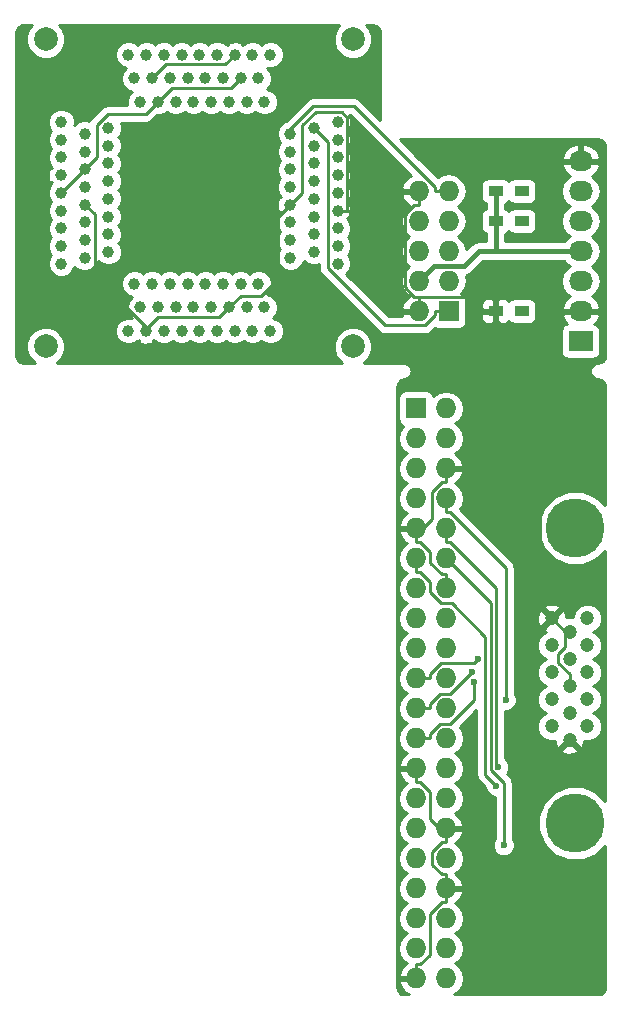
<source format=gbr>
G04 #@! TF.FileFunction,Copper,L2,Bot,Signal*
%FSLAX46Y46*%
G04 Gerber Fmt 4.6, Leading zero omitted, Abs format (unit mm)*
G04 Created by KiCad (PCBNEW 4.0.7) date 03/29/18 22:21:39*
%MOMM*%
%LPD*%
G01*
G04 APERTURE LIST*
%ADD10C,0.100000*%
%ADD11R,1.727200X1.727200*%
%ADD12O,1.727200X1.727200*%
%ADD13R,2.032000X1.727200*%
%ADD14O,2.032000X1.727200*%
%ADD15R,1.200000X0.900000*%
%ADD16C,5.001260*%
%ADD17C,1.198880*%
%ADD18C,2.000000*%
%ADD19C,1.000000*%
%ADD20C,0.600000*%
%ADD21C,0.250000*%
%ADD22C,0.400000*%
%ADD23C,0.254000*%
G04 APERTURE END LIST*
D10*
D11*
X89814400Y-96494600D03*
D12*
X92354400Y-96494600D03*
X89814400Y-99034600D03*
X92354400Y-99034600D03*
X89814400Y-101574600D03*
X92354400Y-101574600D03*
X89814400Y-104114600D03*
X92354400Y-104114600D03*
X89814400Y-106654600D03*
X92354400Y-106654600D03*
X89814400Y-109194600D03*
X92354400Y-109194600D03*
X89814400Y-111734600D03*
X92354400Y-111734600D03*
X89814400Y-114274600D03*
X92354400Y-114274600D03*
X89814400Y-116814600D03*
X92354400Y-116814600D03*
X89814400Y-119354600D03*
X92354400Y-119354600D03*
X89814400Y-121894600D03*
X92354400Y-121894600D03*
X89814400Y-124434600D03*
X92354400Y-124434600D03*
X89814400Y-126974600D03*
X92354400Y-126974600D03*
X89814400Y-129514600D03*
X92354400Y-129514600D03*
X89814400Y-132054600D03*
X92354400Y-132054600D03*
X89814400Y-134594600D03*
X92354400Y-134594600D03*
X89814400Y-137134600D03*
X92354400Y-137134600D03*
X89814400Y-139674600D03*
X92354400Y-139674600D03*
X89814400Y-142214600D03*
X92354400Y-142214600D03*
X89814400Y-144754600D03*
X92354400Y-144754600D03*
D11*
X92583000Y-88265000D03*
D12*
X90043000Y-88265000D03*
X92583000Y-85725000D03*
X90043000Y-85725000D03*
X92583000Y-83185000D03*
X90043000Y-83185000D03*
X92583000Y-80645000D03*
X90043000Y-80645000D03*
X92583000Y-78105000D03*
X90043000Y-78105000D03*
D13*
X103759000Y-90805000D03*
D14*
X103759000Y-88265000D03*
X103759000Y-85725000D03*
X103759000Y-83185000D03*
X103759000Y-80645000D03*
X103759000Y-78105000D03*
X103759000Y-75565000D03*
D15*
X96563000Y-88265000D03*
X98763000Y-88265000D03*
X96563000Y-80645000D03*
X98763000Y-80645000D03*
X96563000Y-78105000D03*
X98763000Y-78105000D03*
D16*
X103319580Y-131620260D03*
D17*
X101320600Y-118859300D03*
X101320600Y-121145300D03*
X101320600Y-123436380D03*
X101320600Y-116565680D03*
X101320600Y-114277140D03*
X102819200Y-117711220D03*
X102819200Y-119999760D03*
X102819200Y-122290840D03*
X102819200Y-124581920D03*
D16*
X103319580Y-106631740D03*
D17*
X102819200Y-115420140D03*
X104320340Y-123436380D03*
X104320340Y-121145300D03*
X104317800Y-118856760D03*
X104320340Y-116565680D03*
X104320340Y-114277140D03*
D18*
X84475600Y-65257400D03*
X84475600Y-91257400D03*
X58475600Y-65257400D03*
D19*
X65475600Y-89957400D03*
X65975600Y-85957400D03*
X66475600Y-87957400D03*
X66975600Y-89957400D03*
X67475600Y-85957400D03*
X67975600Y-87957400D03*
X68475600Y-89957400D03*
X68975600Y-85957400D03*
X69475600Y-87957400D03*
X69975600Y-89957400D03*
X70475600Y-85957400D03*
X70975600Y-87957400D03*
X71475600Y-89957400D03*
X71975600Y-85957400D03*
X72475600Y-87957400D03*
X72975600Y-89957400D03*
X73475600Y-85957400D03*
X73975600Y-87957400D03*
X74475600Y-89957400D03*
X74975600Y-85957400D03*
X75475600Y-87957400D03*
X75975600Y-89957400D03*
X76475600Y-85957400D03*
X76975600Y-87957400D03*
X77475600Y-89957400D03*
X59775600Y-84257400D03*
X61775600Y-83757400D03*
X63775600Y-83257400D03*
X59775600Y-82757400D03*
X61775600Y-82257400D03*
X63775600Y-81757400D03*
X59775600Y-81257400D03*
X61775600Y-80757400D03*
X63775600Y-80257400D03*
X59775600Y-79757400D03*
X61775600Y-79257400D03*
X63775600Y-78757400D03*
X59775600Y-78257400D03*
X61775600Y-77757400D03*
X63775600Y-77257400D03*
X59775600Y-76757400D03*
X61775600Y-76257400D03*
X63775600Y-75757400D03*
X59775600Y-75257400D03*
X61775600Y-74757400D03*
X63775600Y-74257400D03*
X59775600Y-73757400D03*
X61775600Y-73257400D03*
X63775600Y-72757400D03*
X59775600Y-72257400D03*
X65475600Y-66557400D03*
X65975600Y-68557400D03*
X66475600Y-70557400D03*
X66975600Y-66557400D03*
X67475600Y-68557400D03*
X67975600Y-70557400D03*
X68475600Y-66557400D03*
X68975600Y-68557400D03*
X69475600Y-70557400D03*
X69975600Y-66557400D03*
X70475600Y-68557400D03*
X70975600Y-70557400D03*
X71475600Y-66557400D03*
X71975600Y-68557400D03*
X72475600Y-70557400D03*
X72975600Y-66557400D03*
X73475600Y-68557400D03*
X73975600Y-70557400D03*
X74475600Y-66557400D03*
X74975600Y-68557400D03*
X75475600Y-70557400D03*
X75975600Y-66557400D03*
X76475600Y-68557400D03*
X76975600Y-70557400D03*
X77475600Y-66557400D03*
X83175600Y-84257400D03*
X79175600Y-83757400D03*
X81175600Y-83257400D03*
X83175600Y-82757400D03*
X79175600Y-82257400D03*
X81175600Y-81757400D03*
X83175600Y-81257400D03*
X79175600Y-80757400D03*
X81175600Y-80257400D03*
X83175600Y-79757400D03*
X79175600Y-79257400D03*
X81175600Y-78757400D03*
X83175600Y-78257400D03*
X79175600Y-77757400D03*
X81175600Y-77257400D03*
X83175600Y-76757400D03*
X79175600Y-76257400D03*
X81175600Y-75757400D03*
X83175600Y-75257400D03*
X79175600Y-74757400D03*
X81175600Y-74257400D03*
X83175600Y-73757400D03*
X79175600Y-73257400D03*
X81175600Y-72757400D03*
X83175600Y-72257400D03*
D18*
X58475600Y-91257400D03*
D20*
X98806000Y-88392000D03*
X98763000Y-80645000D03*
X98933000Y-78105000D03*
X97422600Y-121194000D03*
X96800800Y-126846000D03*
X96600800Y-128445000D03*
X97234300Y-133489000D03*
X95069300Y-117734000D03*
X94599200Y-118824000D03*
X94760200Y-119656000D03*
D21*
X98763000Y-88349000D02*
X98763000Y-88265000D01*
X98806000Y-88392000D02*
X98763000Y-88349000D01*
X82350200Y-73932000D02*
X81175600Y-72757400D01*
X82350200Y-84609600D02*
X82350200Y-73932000D01*
X87203800Y-89463200D02*
X82350200Y-84609600D01*
X90567400Y-89463200D02*
X87203800Y-89463200D01*
X91394100Y-88636500D02*
X90567400Y-89463200D01*
X91394100Y-88265000D02*
X91394100Y-88636500D01*
X92583000Y-88265000D02*
X91394100Y-88265000D01*
X96563000Y-89040300D02*
X96563000Y-88265000D01*
X98022600Y-90499900D02*
X96563000Y-89040300D01*
X100295000Y-90499900D02*
X98022600Y-90499900D01*
X102530000Y-88265000D02*
X100295000Y-90499900D01*
X103759000Y-88265000D02*
X102530000Y-88265000D01*
X90043000Y-88265000D02*
X90043000Y-87076100D01*
X96149400Y-87076100D02*
X90043000Y-87076100D01*
X96563000Y-87489700D02*
X96149400Y-87076100D01*
X96563000Y-88265000D02*
X96563000Y-87489700D01*
X102819000Y-115420000D02*
X102464000Y-115420000D01*
X89671500Y-79293900D02*
X88854100Y-80111300D01*
X90043000Y-79293900D02*
X89671500Y-79293900D01*
X90043000Y-78105000D02*
X90043000Y-79293900D01*
X89671400Y-87076100D02*
X90043000Y-87076100D01*
X88854100Y-86258800D02*
X89671400Y-87076100D01*
X88854100Y-80111300D02*
X88854100Y-86258800D01*
X62601000Y-85310000D02*
X67028400Y-89737400D01*
X62601000Y-80082800D02*
X62601000Y-85310000D01*
X61775600Y-79257400D02*
X62601000Y-80082800D01*
X67983000Y-88782800D02*
X67028400Y-89737400D01*
X73150200Y-88782800D02*
X67983000Y-88782800D01*
X73975600Y-87957400D02*
X73150200Y-88782800D01*
X66975600Y-89790200D02*
X66975600Y-89957400D01*
X67028400Y-89737400D02*
X66975600Y-89790200D01*
X102819100Y-115420100D02*
X102819000Y-115420000D01*
X102819200Y-115420100D02*
X102819100Y-115420100D01*
X68650200Y-67382800D02*
X67475600Y-68557400D01*
X73650200Y-67382800D02*
X68650200Y-67382800D01*
X74475600Y-66557400D02*
X73650200Y-67382800D01*
X102819200Y-119999800D02*
X102819000Y-119999800D01*
X102819000Y-120000000D02*
X102819000Y-119999800D01*
X102464000Y-116745000D02*
X102464000Y-115420000D01*
X101879000Y-117329000D02*
X102464000Y-116745000D01*
X101879000Y-118095000D02*
X101879000Y-117329000D01*
X102819000Y-119034000D02*
X101879000Y-118095000D01*
X102819000Y-119999800D02*
X102819000Y-119034000D01*
X100808000Y-113764500D02*
X101320600Y-114277100D01*
X101321000Y-114277000D02*
X100808000Y-113764500D01*
X102464000Y-115420000D02*
X101321000Y-114277000D01*
X100295000Y-113252000D02*
X100295000Y-90499900D01*
X100808000Y-113764500D02*
X100295000Y-113252000D01*
X83175600Y-79757400D02*
X84021000Y-79757400D01*
X88500200Y-79757400D02*
X88854100Y-80111300D01*
X84021000Y-79757400D02*
X88500200Y-79757400D01*
X80182900Y-78250100D02*
X79175600Y-79257400D01*
X80182900Y-72514100D02*
X80182900Y-78250100D01*
X81314200Y-71382800D02*
X80182900Y-72514100D01*
X83526600Y-71382800D02*
X81314200Y-71382800D01*
X84021000Y-71877200D02*
X83526600Y-71382800D01*
X84021000Y-79757400D02*
X84021000Y-71877200D01*
X74982800Y-86950200D02*
X73975600Y-87957400D01*
X76719100Y-86950200D02*
X74982800Y-86950200D01*
X78160000Y-85509300D02*
X76719100Y-86950200D01*
X78160000Y-80273000D02*
X78160000Y-85509300D01*
X79175600Y-79257400D02*
X78160000Y-80273000D01*
X92354400Y-101574600D02*
X94589600Y-101574600D01*
X94589600Y-101574600D02*
X94615000Y-101600000D01*
X89814400Y-107844000D02*
X89814400Y-107243000D01*
X90186000Y-107844000D02*
X89814400Y-107844000D01*
X91003300Y-108661000D02*
X90186000Y-107844000D01*
X91003300Y-109566000D02*
X91003300Y-108661000D01*
X91982800Y-110546000D02*
X91003300Y-109566000D01*
X92354400Y-110546000D02*
X91982800Y-110546000D01*
X92354400Y-111734600D02*
X92354400Y-110546000D01*
X89814400Y-144755000D02*
X89814400Y-144754600D01*
X92354400Y-135946000D02*
X92354400Y-137134600D01*
X91982800Y-135946000D02*
X92354400Y-135946000D01*
X91165500Y-135128000D02*
X91982800Y-135946000D01*
X91165500Y-134061000D02*
X91165500Y-135128000D01*
X91982800Y-133244000D02*
X91165500Y-134061000D01*
X92354400Y-133244000D02*
X91982800Y-133244000D01*
X92354400Y-132643000D02*
X92354400Y-133244000D01*
X89814400Y-143566000D02*
X89814400Y-144754600D01*
X90186000Y-143566000D02*
X89814400Y-143566000D01*
X91003300Y-142748000D02*
X90186000Y-143566000D01*
X91003300Y-139303000D02*
X91003300Y-142748000D01*
X91982800Y-138324000D02*
X91003300Y-139303000D01*
X92354400Y-138324000D02*
X91982800Y-138324000D01*
X92354400Y-137134600D02*
X92354400Y-138324000D01*
X92354400Y-111735000D02*
X92354400Y-111734600D01*
X89814400Y-106655000D02*
X89814400Y-107243000D01*
X89814400Y-106655000D02*
X89814400Y-106654600D01*
X92354400Y-132055000D02*
X92354400Y-132643000D01*
X92354400Y-132055000D02*
X92354400Y-132054600D01*
X91003300Y-131292000D02*
X92354400Y-132643000D01*
X91003300Y-128981000D02*
X91003300Y-131292000D01*
X90186000Y-128164000D02*
X91003300Y-128981000D01*
X89814400Y-128164000D02*
X90186000Y-128164000D01*
X89814400Y-126975000D02*
X89814400Y-128164000D01*
X89814400Y-126975000D02*
X89814400Y-126974600D01*
X91165500Y-105892000D02*
X89814400Y-107243000D01*
X91165500Y-103581000D02*
X91165500Y-105892000D01*
X91982800Y-102764000D02*
X91165500Y-103581000D01*
X92354400Y-102764000D02*
X91982800Y-102764000D01*
X92354400Y-101575000D02*
X92354400Y-102764000D01*
X92354400Y-101575000D02*
X92354400Y-101574600D01*
D22*
X91313000Y-84455000D02*
X90043000Y-85725000D01*
X93853000Y-84455000D02*
X91313000Y-84455000D01*
X95123000Y-83185000D02*
X93853000Y-84455000D01*
X96647000Y-83185000D02*
X95123000Y-83185000D01*
X96563000Y-83101000D02*
X96563000Y-80645000D01*
X96647000Y-83185000D02*
X96563000Y-83101000D01*
X96563000Y-80645000D02*
X96563000Y-78105000D01*
X96647000Y-83185000D02*
X103759000Y-83185000D01*
D21*
X98933000Y-78105000D02*
X98763000Y-78105000D01*
X79175600Y-72884500D02*
X79175600Y-73257400D01*
X81127700Y-70932400D02*
X79175600Y-72884500D01*
X84572700Y-70932400D02*
X81127700Y-70932400D01*
X91394100Y-77753800D02*
X84572700Y-70932400D01*
X91394100Y-78105000D02*
X91394100Y-77753800D01*
X92583000Y-78105000D02*
X91394100Y-78105000D01*
X97422600Y-110000000D02*
X97422600Y-121194000D01*
X92725900Y-105304000D02*
X97422600Y-110000000D01*
X92354400Y-105304000D02*
X92725900Y-105304000D01*
X92354400Y-104115000D02*
X92354400Y-105304000D01*
X92354400Y-104115000D02*
X92354400Y-104114600D01*
X96595400Y-126641000D02*
X96800800Y-126846000D01*
X96595400Y-111713000D02*
X96595400Y-126641000D01*
X92725900Y-107844000D02*
X96595400Y-111713000D01*
X92354400Y-107844000D02*
X92725900Y-107844000D01*
X92354400Y-106655000D02*
X92354400Y-107844000D01*
X92354400Y-106655000D02*
X92354400Y-106654600D01*
X95694600Y-127539000D02*
X96600800Y-128445000D01*
X95694600Y-115842000D02*
X95694600Y-127539000D01*
X92856700Y-113005000D02*
X95694600Y-115842000D01*
X91921100Y-113005000D02*
X92856700Y-113005000D01*
X91003300Y-112087000D02*
X91921100Y-113005000D01*
X91003300Y-111201000D02*
X91003300Y-112087000D01*
X90186000Y-110384000D02*
X91003300Y-111201000D01*
X89814400Y-110384000D02*
X90186000Y-110384000D01*
X89814400Y-109195000D02*
X89814400Y-110384000D01*
X89814400Y-109195000D02*
X89814400Y-109194600D01*
X97234300Y-128194000D02*
X97234300Y-133489000D01*
X96145000Y-127105000D02*
X97234300Y-128194000D01*
X96145000Y-112985000D02*
X96145000Y-127105000D01*
X92354400Y-109195000D02*
X96145000Y-112985000D01*
X92354400Y-109194600D02*
X92354400Y-109195000D01*
X89814400Y-119355000D02*
X89814800Y-119355000D01*
X94752500Y-118051000D02*
X95069300Y-117734000D01*
X91935600Y-118051000D02*
X94752500Y-118051000D01*
X91003300Y-118983000D02*
X91935600Y-118051000D01*
X91003300Y-119355000D02*
X91003300Y-118983000D01*
X89814800Y-119355000D02*
X91003300Y-119355000D01*
X89814800Y-119355000D02*
X89814400Y-119354600D01*
X89814800Y-121895000D02*
X89814400Y-121895000D01*
X91003300Y-121895000D02*
X89814800Y-121895000D01*
X91003300Y-121523000D02*
X91003300Y-121895000D01*
X91820600Y-120706000D02*
X91003300Y-121523000D01*
X92718000Y-120706000D02*
X91820600Y-120706000D01*
X94599200Y-118824000D02*
X92718000Y-120706000D01*
X89814800Y-121895000D02*
X89814400Y-121894600D01*
X89814400Y-124435000D02*
X89814800Y-124435000D01*
X94760200Y-121173000D02*
X94760200Y-119656000D01*
X92687600Y-123246000D02*
X94760200Y-121173000D01*
X91820600Y-123246000D02*
X92687600Y-123246000D01*
X91003300Y-124063000D02*
X91820600Y-123246000D01*
X91003300Y-124435000D02*
X91003300Y-124063000D01*
X89814800Y-124435000D02*
X91003300Y-124435000D01*
X89814800Y-124435000D02*
X89814400Y-124434600D01*
X69150200Y-69382800D02*
X67975600Y-70557400D01*
X74150200Y-69382800D02*
X69150200Y-69382800D01*
X74975600Y-68557400D02*
X74150200Y-69382800D01*
X59775600Y-78257400D02*
X61775600Y-76257400D01*
X66968300Y-71564700D02*
X67975600Y-70557400D01*
X63751200Y-71564700D02*
X66968300Y-71564700D01*
X62774600Y-72541300D02*
X63751200Y-71564700D01*
X62774600Y-75258400D02*
X62774600Y-72541300D01*
X61775600Y-76257400D02*
X62774600Y-75258400D01*
D23*
G36*
X57090322Y-64330037D02*
X56840884Y-64930752D01*
X56840316Y-65581195D01*
X57088706Y-66182343D01*
X57548237Y-66642678D01*
X58148952Y-66892116D01*
X58799395Y-66892684D01*
X59400543Y-66644294D01*
X59860878Y-66184763D01*
X60110316Y-65584048D01*
X60110884Y-64933605D01*
X59862494Y-64332457D01*
X59613473Y-64083000D01*
X83337791Y-64083000D01*
X83090322Y-64330037D01*
X82840884Y-64930752D01*
X82840316Y-65581195D01*
X83088706Y-66182343D01*
X83548237Y-66642678D01*
X84148952Y-66892116D01*
X84799395Y-66892684D01*
X85400543Y-66644294D01*
X85860878Y-66184763D01*
X86110316Y-65584048D01*
X86110884Y-64933605D01*
X85862494Y-64332457D01*
X85613473Y-64083000D01*
X86172540Y-64083000D01*
X86448282Y-64137848D01*
X86625448Y-64256226D01*
X86753994Y-64448610D01*
X86793000Y-64603838D01*
X86793000Y-72077898D01*
X85110101Y-70394999D01*
X84863539Y-70230252D01*
X84572700Y-70172400D01*
X81127700Y-70172400D01*
X80836860Y-70230252D01*
X80590299Y-70394999D01*
X78801321Y-72183977D01*
X78533514Y-72294633D01*
X78213955Y-72613635D01*
X78040797Y-73030644D01*
X78040403Y-73482175D01*
X78212833Y-73899486D01*
X78320467Y-74007308D01*
X78213955Y-74113635D01*
X78040797Y-74530644D01*
X78040403Y-74982175D01*
X78212833Y-75399486D01*
X78320467Y-75507308D01*
X78213955Y-75613635D01*
X78040797Y-76030644D01*
X78040403Y-76482175D01*
X78212833Y-76899486D01*
X78320467Y-77007308D01*
X78213955Y-77113635D01*
X78040797Y-77530644D01*
X78040403Y-77982175D01*
X78212833Y-78399486D01*
X78306562Y-78493378D01*
X78269266Y-78530674D01*
X78385493Y-78646901D01*
X78170383Y-78684048D01*
X78027488Y-79112372D01*
X78059383Y-79562775D01*
X78170383Y-79830752D01*
X78385493Y-79867899D01*
X78269266Y-79984126D01*
X78306446Y-80021306D01*
X78213955Y-80113635D01*
X78040797Y-80530644D01*
X78040403Y-80982175D01*
X78212833Y-81399486D01*
X78320467Y-81507308D01*
X78213955Y-81613635D01*
X78040797Y-82030644D01*
X78040403Y-82482175D01*
X78212833Y-82899486D01*
X78320467Y-83007308D01*
X78213955Y-83113635D01*
X78040797Y-83530644D01*
X78040403Y-83982175D01*
X78212833Y-84399486D01*
X78531835Y-84719045D01*
X78948844Y-84892203D01*
X79400375Y-84892597D01*
X79817686Y-84720167D01*
X80137245Y-84401165D01*
X80306570Y-83993387D01*
X80531835Y-84219045D01*
X80948844Y-84392203D01*
X81400375Y-84392597D01*
X81590200Y-84314163D01*
X81590200Y-84609600D01*
X81648052Y-84900439D01*
X81812799Y-85147001D01*
X86666399Y-90000601D01*
X86912961Y-90165348D01*
X87203800Y-90223200D01*
X90567400Y-90223200D01*
X90858239Y-90165348D01*
X91104801Y-90000601D01*
X91164002Y-89941400D01*
X102095560Y-89941400D01*
X102095560Y-91668600D01*
X102139838Y-91903917D01*
X102278910Y-92120041D01*
X102491110Y-92265031D01*
X102743000Y-92316040D01*
X104775000Y-92316040D01*
X105010317Y-92271762D01*
X105226441Y-92132690D01*
X105371431Y-91920490D01*
X105422440Y-91668600D01*
X105422440Y-89941400D01*
X105378162Y-89706083D01*
X105239090Y-89489959D01*
X105026890Y-89344969D01*
X104932073Y-89325768D01*
X105109732Y-89167036D01*
X105363709Y-88639791D01*
X105366358Y-88624026D01*
X105245217Y-88392000D01*
X103886000Y-88392000D01*
X103886000Y-88412000D01*
X103632000Y-88412000D01*
X103632000Y-88392000D01*
X102272783Y-88392000D01*
X102151642Y-88624026D01*
X102154291Y-88639791D01*
X102408268Y-89167036D01*
X102583845Y-89323907D01*
X102507683Y-89338238D01*
X102291559Y-89477310D01*
X102146569Y-89689510D01*
X102095560Y-89941400D01*
X91164002Y-89941400D01*
X91415742Y-89689660D01*
X91467510Y-89725031D01*
X91719400Y-89776040D01*
X93446600Y-89776040D01*
X93681917Y-89731762D01*
X93898041Y-89592690D01*
X94043031Y-89380490D01*
X94094040Y-89128600D01*
X94094040Y-88550750D01*
X95328000Y-88550750D01*
X95328000Y-88841310D01*
X95424673Y-89074699D01*
X95603302Y-89253327D01*
X95836691Y-89350000D01*
X96277250Y-89350000D01*
X96436000Y-89191250D01*
X96436000Y-88392000D01*
X95486750Y-88392000D01*
X95328000Y-88550750D01*
X94094040Y-88550750D01*
X94094040Y-87688690D01*
X95328000Y-87688690D01*
X95328000Y-87979250D01*
X95486750Y-88138000D01*
X96436000Y-88138000D01*
X96436000Y-87338750D01*
X96690000Y-87338750D01*
X96690000Y-88138000D01*
X96710000Y-88138000D01*
X96710000Y-88392000D01*
X96690000Y-88392000D01*
X96690000Y-89191250D01*
X96848750Y-89350000D01*
X97289309Y-89350000D01*
X97522698Y-89253327D01*
X97663936Y-89112090D01*
X97698910Y-89166441D01*
X97911110Y-89311431D01*
X98163000Y-89362440D01*
X99363000Y-89362440D01*
X99598317Y-89318162D01*
X99814441Y-89179090D01*
X99959431Y-88966890D01*
X100010440Y-88715000D01*
X100010440Y-87815000D01*
X99966162Y-87579683D01*
X99827090Y-87363559D01*
X99614890Y-87218569D01*
X99363000Y-87167560D01*
X98163000Y-87167560D01*
X97927683Y-87211838D01*
X97711559Y-87350910D01*
X97665031Y-87419006D01*
X97522698Y-87276673D01*
X97289309Y-87180000D01*
X96848750Y-87180000D01*
X96690000Y-87338750D01*
X96436000Y-87338750D01*
X96277250Y-87180000D01*
X95836691Y-87180000D01*
X95603302Y-87276673D01*
X95424673Y-87455301D01*
X95328000Y-87688690D01*
X94094040Y-87688690D01*
X94094040Y-87401400D01*
X94049762Y-87166083D01*
X93910690Y-86949959D01*
X93698490Y-86804969D01*
X93654869Y-86796136D01*
X93672029Y-86784670D01*
X93996885Y-86298489D01*
X94110959Y-85725000D01*
X94017907Y-85257198D01*
X94172541Y-85226439D01*
X94443434Y-85045434D01*
X95468868Y-84020000D01*
X102364465Y-84020000D01*
X102514585Y-84244670D01*
X102829366Y-84455000D01*
X102514585Y-84665330D01*
X102189729Y-85151511D01*
X102075655Y-85725000D01*
X102189729Y-86298489D01*
X102514585Y-86784670D01*
X102824069Y-86991461D01*
X102408268Y-87362964D01*
X102154291Y-87890209D01*
X102151642Y-87905974D01*
X102272783Y-88138000D01*
X103632000Y-88138000D01*
X103632000Y-88118000D01*
X103886000Y-88118000D01*
X103886000Y-88138000D01*
X105245217Y-88138000D01*
X105366358Y-87905974D01*
X105363709Y-87890209D01*
X105109732Y-87362964D01*
X104693931Y-86991461D01*
X105003415Y-86784670D01*
X105328271Y-86298489D01*
X105442345Y-85725000D01*
X105328271Y-85151511D01*
X105003415Y-84665330D01*
X104688634Y-84455000D01*
X105003415Y-84244670D01*
X105328271Y-83758489D01*
X105442345Y-83185000D01*
X105328271Y-82611511D01*
X105003415Y-82125330D01*
X104688634Y-81915000D01*
X105003415Y-81704670D01*
X105328271Y-81218489D01*
X105442345Y-80645000D01*
X105328271Y-80071511D01*
X105003415Y-79585330D01*
X104688634Y-79375000D01*
X105003415Y-79164670D01*
X105328271Y-78678489D01*
X105442345Y-78105000D01*
X105328271Y-77531511D01*
X105003415Y-77045330D01*
X104693931Y-76838539D01*
X105109732Y-76467036D01*
X105363709Y-75939791D01*
X105366358Y-75924026D01*
X105245217Y-75692000D01*
X103886000Y-75692000D01*
X103886000Y-75712000D01*
X103632000Y-75712000D01*
X103632000Y-75692000D01*
X102272783Y-75692000D01*
X102151642Y-75924026D01*
X102154291Y-75939791D01*
X102408268Y-76467036D01*
X102824069Y-76838539D01*
X102514585Y-77045330D01*
X102189729Y-77531511D01*
X102075655Y-78105000D01*
X102189729Y-78678489D01*
X102514585Y-79164670D01*
X102829366Y-79375000D01*
X102514585Y-79585330D01*
X102189729Y-80071511D01*
X102075655Y-80645000D01*
X102189729Y-81218489D01*
X102514585Y-81704670D01*
X102829366Y-81915000D01*
X102514585Y-82125330D01*
X102364465Y-82350000D01*
X97398000Y-82350000D01*
X97398000Y-81698222D01*
X97398317Y-81698162D01*
X97614441Y-81559090D01*
X97662134Y-81489289D01*
X97698910Y-81546441D01*
X97911110Y-81691431D01*
X98163000Y-81742440D01*
X99363000Y-81742440D01*
X99598317Y-81698162D01*
X99814441Y-81559090D01*
X99959431Y-81346890D01*
X100010440Y-81095000D01*
X100010440Y-80195000D01*
X99966162Y-79959683D01*
X99827090Y-79743559D01*
X99614890Y-79598569D01*
X99363000Y-79547560D01*
X98163000Y-79547560D01*
X97927683Y-79591838D01*
X97711559Y-79730910D01*
X97663866Y-79800711D01*
X97627090Y-79743559D01*
X97414890Y-79598569D01*
X97398000Y-79595149D01*
X97398000Y-79158222D01*
X97398317Y-79158162D01*
X97614441Y-79019090D01*
X97662134Y-78949289D01*
X97698910Y-79006441D01*
X97911110Y-79151431D01*
X98163000Y-79202440D01*
X99363000Y-79202440D01*
X99598317Y-79158162D01*
X99814441Y-79019090D01*
X99959431Y-78806890D01*
X100010440Y-78555000D01*
X100010440Y-77655000D01*
X99966162Y-77419683D01*
X99827090Y-77203559D01*
X99614890Y-77058569D01*
X99363000Y-77007560D01*
X98163000Y-77007560D01*
X97927683Y-77051838D01*
X97711559Y-77190910D01*
X97663866Y-77260711D01*
X97627090Y-77203559D01*
X97414890Y-77058569D01*
X97163000Y-77007560D01*
X95963000Y-77007560D01*
X95727683Y-77051838D01*
X95511559Y-77190910D01*
X95366569Y-77403110D01*
X95315560Y-77655000D01*
X95315560Y-78555000D01*
X95359838Y-78790317D01*
X95498910Y-79006441D01*
X95711110Y-79151431D01*
X95728000Y-79154851D01*
X95728000Y-79591778D01*
X95727683Y-79591838D01*
X95511559Y-79730910D01*
X95366569Y-79943110D01*
X95315560Y-80195000D01*
X95315560Y-81095000D01*
X95359838Y-81330317D01*
X95498910Y-81546441D01*
X95711110Y-81691431D01*
X95728000Y-81694851D01*
X95728000Y-82350000D01*
X95123000Y-82350000D01*
X94803459Y-82413561D01*
X94532566Y-82594566D01*
X94082949Y-83044183D01*
X93996885Y-82611511D01*
X93672029Y-82125330D01*
X93357248Y-81915000D01*
X93672029Y-81704670D01*
X93996885Y-81218489D01*
X94110959Y-80645000D01*
X93996885Y-80071511D01*
X93672029Y-79585330D01*
X93357248Y-79375000D01*
X93672029Y-79164670D01*
X93996885Y-78678489D01*
X94110959Y-78105000D01*
X93996885Y-77531511D01*
X93672029Y-77045330D01*
X93185848Y-76720474D01*
X92612359Y-76606400D01*
X92553641Y-76606400D01*
X91980152Y-76720474D01*
X91653703Y-76938601D01*
X89921076Y-75205974D01*
X102151642Y-75205974D01*
X102272783Y-75438000D01*
X103632000Y-75438000D01*
X103632000Y-74224076D01*
X103886000Y-74224076D01*
X103886000Y-75438000D01*
X105245217Y-75438000D01*
X105366358Y-75205974D01*
X105363709Y-75190209D01*
X105109732Y-74662964D01*
X104673320Y-74273046D01*
X104120913Y-74079816D01*
X103886000Y-74224076D01*
X103632000Y-74224076D01*
X103397087Y-74079816D01*
X102844680Y-74273046D01*
X102408268Y-74662964D01*
X102154291Y-75190209D01*
X102151642Y-75205974D01*
X89921076Y-75205974D01*
X88450102Y-73735000D01*
X105220422Y-73735000D01*
X105495617Y-73793019D01*
X105673072Y-73914548D01*
X105796030Y-74103202D01*
X105843000Y-74321037D01*
X105843000Y-91999989D01*
X105787521Y-92278901D01*
X105669145Y-92456064D01*
X105491366Y-92574852D01*
X105148172Y-92643831D01*
X104892445Y-92750357D01*
X104696948Y-92946636D01*
X104591446Y-93202789D01*
X104592000Y-93479817D01*
X104698526Y-93735544D01*
X104894805Y-93931041D01*
X105150958Y-94036543D01*
X105155636Y-94036534D01*
X105495336Y-94108152D01*
X105672791Y-94229681D01*
X105795367Y-94417749D01*
X105843000Y-94640721D01*
X105843000Y-104721243D01*
X105098091Y-103975032D01*
X103946032Y-103496655D01*
X102698601Y-103495567D01*
X101545709Y-103971932D01*
X100662872Y-104853229D01*
X100184495Y-106005288D01*
X100183407Y-107252719D01*
X100659772Y-108405611D01*
X101541069Y-109288448D01*
X102693128Y-109766825D01*
X103940559Y-109767913D01*
X105093451Y-109291548D01*
X105843000Y-108543306D01*
X105843000Y-129709763D01*
X105098091Y-128963552D01*
X103946032Y-128485175D01*
X102698601Y-128484087D01*
X101545709Y-128960452D01*
X100662872Y-129841749D01*
X100184495Y-130993808D01*
X100183407Y-132241239D01*
X100659772Y-133394131D01*
X101541069Y-134276968D01*
X102693128Y-134755345D01*
X103940559Y-134756433D01*
X105093451Y-134280068D01*
X105843000Y-133531826D01*
X105843000Y-145472069D01*
X105787521Y-145750981D01*
X105669145Y-145928144D01*
X105491366Y-146046932D01*
X105217384Y-146102000D01*
X93012811Y-146102000D01*
X93443429Y-145814270D01*
X93768285Y-145328089D01*
X93882359Y-144754600D01*
X93768285Y-144181111D01*
X93443429Y-143694930D01*
X93128648Y-143484600D01*
X93443429Y-143274270D01*
X93768285Y-142788089D01*
X93882359Y-142214600D01*
X93768285Y-141641111D01*
X93443429Y-141154930D01*
X93128648Y-140944600D01*
X93443429Y-140734270D01*
X93768285Y-140248089D01*
X93882359Y-139674600D01*
X93768285Y-139101111D01*
X93443429Y-138614930D01*
X93120172Y-138398936D01*
X93242890Y-138341421D01*
X93637088Y-137909547D01*
X93809358Y-137493626D01*
X93688217Y-137261600D01*
X92481400Y-137261600D01*
X92481400Y-137281600D01*
X92227400Y-137281600D01*
X92227400Y-137261600D01*
X92207400Y-137261600D01*
X92207400Y-137007600D01*
X92227400Y-137007600D01*
X92227400Y-136987600D01*
X92481400Y-136987600D01*
X92481400Y-137007600D01*
X93688217Y-137007600D01*
X93809358Y-136775574D01*
X93637088Y-136359653D01*
X93242890Y-135927779D01*
X93120172Y-135870264D01*
X93443429Y-135654270D01*
X93768285Y-135168089D01*
X93882359Y-134594600D01*
X93768285Y-134021111D01*
X93443429Y-133534930D01*
X93120172Y-133318936D01*
X93242890Y-133261421D01*
X93637088Y-132829547D01*
X93809358Y-132413626D01*
X93688217Y-132181600D01*
X92481400Y-132181600D01*
X92481400Y-132201600D01*
X92227400Y-132201600D01*
X92227400Y-132181600D01*
X92207400Y-132181600D01*
X92207400Y-131927600D01*
X92227400Y-131927600D01*
X92227400Y-131907600D01*
X92481400Y-131907600D01*
X92481400Y-131927600D01*
X93688217Y-131927600D01*
X93809358Y-131695574D01*
X93637088Y-131279653D01*
X93242890Y-130847779D01*
X93120172Y-130790264D01*
X93443429Y-130574270D01*
X93768285Y-130088089D01*
X93882359Y-129514600D01*
X93768285Y-128941111D01*
X93443429Y-128454930D01*
X93128648Y-128244600D01*
X93443429Y-128034270D01*
X93768285Y-127548089D01*
X93882359Y-126974600D01*
X93768285Y-126401111D01*
X93443429Y-125914930D01*
X93128648Y-125704600D01*
X93443429Y-125494270D01*
X93768285Y-125008089D01*
X93882359Y-124434600D01*
X93768285Y-123861111D01*
X93519527Y-123488818D01*
X94934600Y-122073472D01*
X94934600Y-127539000D01*
X94934608Y-127539042D01*
X94934600Y-127539084D01*
X94963737Y-127685482D01*
X94992452Y-127829839D01*
X94992475Y-127829874D01*
X94992484Y-127829917D01*
X95075992Y-127954866D01*
X95157199Y-128076401D01*
X95157234Y-128076425D01*
X95157258Y-128076460D01*
X95665678Y-128584768D01*
X95665638Y-128630167D01*
X95807683Y-128973943D01*
X96070473Y-129237192D01*
X96414001Y-129379838D01*
X96474300Y-129379891D01*
X96474300Y-132926537D01*
X96442108Y-132958673D01*
X96299462Y-133302201D01*
X96299138Y-133674167D01*
X96441183Y-134017943D01*
X96703973Y-134281192D01*
X97047501Y-134423838D01*
X97419467Y-134424162D01*
X97763243Y-134282117D01*
X98026492Y-134019327D01*
X98169138Y-133675799D01*
X98169462Y-133303833D01*
X98027417Y-132960057D01*
X97994300Y-132926882D01*
X97994300Y-128194000D01*
X97994290Y-128193948D01*
X97994300Y-128193896D01*
X97965367Y-128048544D01*
X97936448Y-127903161D01*
X97936419Y-127903117D01*
X97936408Y-127903064D01*
X97853587Y-127779150D01*
X97771701Y-127656599D01*
X97771657Y-127656569D01*
X97771627Y-127656525D01*
X97542135Y-127427096D01*
X97592992Y-127376327D01*
X97735638Y-127032799D01*
X97735962Y-126660833D01*
X97593917Y-126317057D01*
X97355400Y-126078123D01*
X97355400Y-125444249D01*
X102136476Y-125444249D01*
X102185921Y-125669620D01*
X102650371Y-125829169D01*
X103140524Y-125798836D01*
X103452479Y-125669620D01*
X103501924Y-125444249D01*
X102819200Y-124761525D01*
X102136476Y-125444249D01*
X97355400Y-125444249D01*
X97355400Y-122128942D01*
X97607767Y-122129162D01*
X97951543Y-121987117D01*
X98214792Y-121724327D01*
X98357438Y-121380799D01*
X98357762Y-121008833D01*
X98215717Y-120665057D01*
X98182600Y-120631882D01*
X98182600Y-116810148D01*
X100085946Y-116810148D01*
X100273483Y-117264021D01*
X100620433Y-117611577D01*
X100863496Y-117712506D01*
X100622259Y-117812183D01*
X100274703Y-118159133D01*
X100086375Y-118612677D01*
X100085946Y-119103768D01*
X100273483Y-119557641D01*
X100620433Y-119905197D01*
X100854298Y-120002306D01*
X100622259Y-120098183D01*
X100274703Y-120445133D01*
X100086375Y-120898677D01*
X100085946Y-121389768D01*
X100273483Y-121843641D01*
X100620433Y-122191197D01*
X100860430Y-122290852D01*
X100622259Y-122389263D01*
X100274703Y-122736213D01*
X100086375Y-123189757D01*
X100085946Y-123680848D01*
X100273483Y-124134721D01*
X100620433Y-124482277D01*
X101073977Y-124670605D01*
X101565068Y-124671034D01*
X101587344Y-124661830D01*
X101602284Y-124903244D01*
X101731500Y-125215199D01*
X101956871Y-125264644D01*
X102639595Y-124581920D01*
X102625453Y-124567778D01*
X102805058Y-124388173D01*
X102819200Y-124402315D01*
X102833343Y-124388173D01*
X103012948Y-124567778D01*
X102998805Y-124581920D01*
X103681529Y-125264644D01*
X103906900Y-125215199D01*
X104066449Y-124750749D01*
X104061167Y-124665394D01*
X104073717Y-124670605D01*
X104564808Y-124671034D01*
X105018681Y-124483497D01*
X105366237Y-124136547D01*
X105554565Y-123683003D01*
X105554994Y-123191912D01*
X105367457Y-122738039D01*
X105020507Y-122390483D01*
X104780510Y-122290828D01*
X105018681Y-122192417D01*
X105366237Y-121845467D01*
X105554565Y-121391923D01*
X105554994Y-120900832D01*
X105367457Y-120446959D01*
X105020507Y-120099403D01*
X104782309Y-120000495D01*
X105016141Y-119903877D01*
X105363697Y-119556927D01*
X105552025Y-119103383D01*
X105552454Y-118612292D01*
X105364917Y-118158419D01*
X105017967Y-117810863D01*
X104779237Y-117711734D01*
X105018681Y-117612797D01*
X105366237Y-117265847D01*
X105554565Y-116812303D01*
X105554994Y-116321212D01*
X105367457Y-115867339D01*
X105020507Y-115519783D01*
X104783576Y-115421401D01*
X105018681Y-115324257D01*
X105366237Y-114977307D01*
X105554565Y-114523763D01*
X105554994Y-114032672D01*
X105367457Y-113578799D01*
X105020507Y-113231243D01*
X104566963Y-113042915D01*
X104075872Y-113042486D01*
X103621999Y-113230023D01*
X103274443Y-113576973D01*
X103086115Y-114030517D01*
X103085961Y-114206533D01*
X102988029Y-114172891D01*
X102552617Y-114199836D01*
X102537516Y-113955816D01*
X102408300Y-113643861D01*
X102182929Y-113594416D01*
X101500205Y-114277140D01*
X101514348Y-114291283D01*
X101334743Y-114470888D01*
X101320600Y-114456745D01*
X100637876Y-115139469D01*
X100687321Y-115364840D01*
X100854940Y-115422421D01*
X100622259Y-115518563D01*
X100274703Y-115865513D01*
X100086375Y-116319057D01*
X100085946Y-116810148D01*
X98182600Y-116810148D01*
X98182600Y-114108311D01*
X100073351Y-114108311D01*
X100103684Y-114598464D01*
X100232900Y-114910419D01*
X100458271Y-114959864D01*
X101140995Y-114277140D01*
X100458271Y-113594416D01*
X100232900Y-113643861D01*
X100073351Y-114108311D01*
X98182600Y-114108311D01*
X98182600Y-113414811D01*
X100637876Y-113414811D01*
X101320600Y-114097535D01*
X102003324Y-113414811D01*
X101953879Y-113189440D01*
X101489429Y-113029891D01*
X100999276Y-113060224D01*
X100687321Y-113189440D01*
X100637876Y-113414811D01*
X98182600Y-113414811D01*
X98182600Y-110000000D01*
X98182594Y-109999972D01*
X98182600Y-109999943D01*
X98153815Y-109855287D01*
X98124748Y-109709161D01*
X98124732Y-109709137D01*
X98124726Y-109709108D01*
X98041910Y-109585185D01*
X97960001Y-109462599D01*
X97959977Y-109462583D01*
X97959961Y-109462559D01*
X93534586Y-105037844D01*
X93768285Y-104688089D01*
X93882359Y-104114600D01*
X93768285Y-103541111D01*
X93443429Y-103054930D01*
X93120172Y-102838936D01*
X93242890Y-102781421D01*
X93637088Y-102349547D01*
X93809358Y-101933626D01*
X93688217Y-101701600D01*
X92481400Y-101701600D01*
X92481400Y-101721600D01*
X92227400Y-101721600D01*
X92227400Y-101701600D01*
X92207400Y-101701600D01*
X92207400Y-101447600D01*
X92227400Y-101447600D01*
X92227400Y-101427600D01*
X92481400Y-101427600D01*
X92481400Y-101447600D01*
X93688217Y-101447600D01*
X93809358Y-101215574D01*
X93637088Y-100799653D01*
X93242890Y-100367779D01*
X93120172Y-100310264D01*
X93443429Y-100094270D01*
X93768285Y-99608089D01*
X93882359Y-99034600D01*
X93768285Y-98461111D01*
X93443429Y-97974930D01*
X93128648Y-97764600D01*
X93443429Y-97554270D01*
X93768285Y-97068089D01*
X93882359Y-96494600D01*
X93768285Y-95921111D01*
X93443429Y-95434930D01*
X92957248Y-95110074D01*
X92383759Y-94996000D01*
X92325041Y-94996000D01*
X91751552Y-95110074D01*
X91285958Y-95421174D01*
X91281162Y-95395683D01*
X91142090Y-95179559D01*
X90929890Y-95034569D01*
X90678000Y-94983560D01*
X88950800Y-94983560D01*
X88715483Y-95027838D01*
X88499359Y-95166910D01*
X88354369Y-95379110D01*
X88303360Y-95631000D01*
X88303360Y-97358200D01*
X88347638Y-97593517D01*
X88486710Y-97809641D01*
X88698910Y-97954631D01*
X88742531Y-97963464D01*
X88725371Y-97974930D01*
X88400515Y-98461111D01*
X88286441Y-99034600D01*
X88400515Y-99608089D01*
X88725371Y-100094270D01*
X89040152Y-100304600D01*
X88725371Y-100514930D01*
X88400515Y-101001111D01*
X88286441Y-101574600D01*
X88400515Y-102148089D01*
X88725371Y-102634270D01*
X89040152Y-102844600D01*
X88725371Y-103054930D01*
X88400515Y-103541111D01*
X88286441Y-104114600D01*
X88400515Y-104688089D01*
X88725371Y-105174270D01*
X89048628Y-105390264D01*
X88925910Y-105447779D01*
X88531712Y-105879653D01*
X88359442Y-106295574D01*
X88480583Y-106527600D01*
X89687400Y-106527600D01*
X89687400Y-106507600D01*
X89941400Y-106507600D01*
X89941400Y-106527600D01*
X89961400Y-106527600D01*
X89961400Y-106781600D01*
X89941400Y-106781600D01*
X89941400Y-106801600D01*
X89687400Y-106801600D01*
X89687400Y-106781600D01*
X88480583Y-106781600D01*
X88359442Y-107013626D01*
X88531712Y-107429547D01*
X88925910Y-107861421D01*
X89048628Y-107918936D01*
X88725371Y-108134930D01*
X88400515Y-108621111D01*
X88286441Y-109194600D01*
X88400515Y-109768089D01*
X88725371Y-110254270D01*
X89040152Y-110464600D01*
X88725371Y-110674930D01*
X88400515Y-111161111D01*
X88286441Y-111734600D01*
X88400515Y-112308089D01*
X88725371Y-112794270D01*
X89040152Y-113004600D01*
X88725371Y-113214930D01*
X88400515Y-113701111D01*
X88286441Y-114274600D01*
X88400515Y-114848089D01*
X88725371Y-115334270D01*
X89040152Y-115544600D01*
X88725371Y-115754930D01*
X88400515Y-116241111D01*
X88286441Y-116814600D01*
X88400515Y-117388089D01*
X88725371Y-117874270D01*
X89040152Y-118084600D01*
X88725371Y-118294930D01*
X88400515Y-118781111D01*
X88286441Y-119354600D01*
X88400515Y-119928089D01*
X88725371Y-120414270D01*
X89040152Y-120624600D01*
X88725371Y-120834930D01*
X88400515Y-121321111D01*
X88286441Y-121894600D01*
X88400515Y-122468089D01*
X88725371Y-122954270D01*
X89040152Y-123164600D01*
X88725371Y-123374930D01*
X88400515Y-123861111D01*
X88286441Y-124434600D01*
X88400515Y-125008089D01*
X88725371Y-125494270D01*
X89048628Y-125710264D01*
X88925910Y-125767779D01*
X88531712Y-126199653D01*
X88359442Y-126615574D01*
X88480583Y-126847600D01*
X89687400Y-126847600D01*
X89687400Y-126827600D01*
X89941400Y-126827600D01*
X89941400Y-126847600D01*
X89961400Y-126847600D01*
X89961400Y-127101600D01*
X89941400Y-127101600D01*
X89941400Y-127121600D01*
X89687400Y-127121600D01*
X89687400Y-127101600D01*
X88480583Y-127101600D01*
X88359442Y-127333626D01*
X88531712Y-127749547D01*
X88925910Y-128181421D01*
X89048628Y-128238936D01*
X88725371Y-128454930D01*
X88400515Y-128941111D01*
X88286441Y-129514600D01*
X88400515Y-130088089D01*
X88725371Y-130574270D01*
X89040152Y-130784600D01*
X88725371Y-130994930D01*
X88400515Y-131481111D01*
X88286441Y-132054600D01*
X88400515Y-132628089D01*
X88725371Y-133114270D01*
X89040152Y-133324600D01*
X88725371Y-133534930D01*
X88400515Y-134021111D01*
X88286441Y-134594600D01*
X88400515Y-135168089D01*
X88725371Y-135654270D01*
X89040152Y-135864600D01*
X88725371Y-136074930D01*
X88400515Y-136561111D01*
X88286441Y-137134600D01*
X88400515Y-137708089D01*
X88725371Y-138194270D01*
X89040152Y-138404600D01*
X88725371Y-138614930D01*
X88400515Y-139101111D01*
X88286441Y-139674600D01*
X88400515Y-140248089D01*
X88725371Y-140734270D01*
X89040152Y-140944600D01*
X88725371Y-141154930D01*
X88400515Y-141641111D01*
X88286441Y-142214600D01*
X88400515Y-142788089D01*
X88725371Y-143274270D01*
X89048628Y-143490264D01*
X88925910Y-143547779D01*
X88531712Y-143979653D01*
X88359442Y-144395574D01*
X88480583Y-144627600D01*
X89687400Y-144627600D01*
X89687400Y-144607600D01*
X89941400Y-144607600D01*
X89941400Y-144627600D01*
X89961400Y-144627600D01*
X89961400Y-144881600D01*
X89941400Y-144881600D01*
X89941400Y-144901600D01*
X89687400Y-144901600D01*
X89687400Y-144881600D01*
X88480583Y-144881600D01*
X88359442Y-145113626D01*
X88531712Y-145529547D01*
X88925910Y-145961421D01*
X89225859Y-146102000D01*
X88841909Y-146102000D01*
X88563656Y-146046652D01*
X88386493Y-145928276D01*
X88265669Y-145747449D01*
X88213000Y-145498264D01*
X88213000Y-94684930D01*
X88268478Y-94406021D01*
X88386856Y-94228855D01*
X88567681Y-94108032D01*
X88889476Y-94040016D01*
X88951479Y-94013461D01*
X89014356Y-94000954D01*
X89074477Y-93960783D01*
X89144131Y-93930951D01*
X89191066Y-93882881D01*
X89244697Y-93847046D01*
X89285111Y-93786562D01*
X89337666Y-93732736D01*
X89362454Y-93670809D01*
X89398605Y-93616705D01*
X89412923Y-93544724D01*
X89440613Y-93475547D01*
X89439824Y-93409486D01*
X89452651Y-93345000D01*
X89438185Y-93272274D01*
X89437304Y-93198538D01*
X89411562Y-93138433D01*
X89398605Y-93073295D01*
X89356990Y-93011013D01*
X89328239Y-92943883D01*
X89281911Y-92898648D01*
X89244697Y-92842954D01*
X89181885Y-92800985D01*
X89130024Y-92750348D01*
X89070358Y-92726465D01*
X89014356Y-92689046D01*
X88939850Y-92674226D01*
X88872835Y-92647401D01*
X88808838Y-92648165D01*
X88742651Y-92635000D01*
X85409853Y-92635000D01*
X85860878Y-92184763D01*
X86110316Y-91584048D01*
X86110884Y-90933605D01*
X85862494Y-90332457D01*
X85402963Y-89872122D01*
X84802248Y-89622684D01*
X84151805Y-89622116D01*
X83550657Y-89870506D01*
X83090322Y-90330037D01*
X82840884Y-90930752D01*
X82840316Y-91581195D01*
X83088706Y-92182343D01*
X83540572Y-92635000D01*
X59409853Y-92635000D01*
X59860878Y-92184763D01*
X60110316Y-91584048D01*
X60110884Y-90933605D01*
X59862494Y-90332457D01*
X59712475Y-90182175D01*
X64340403Y-90182175D01*
X64512833Y-90599486D01*
X64831835Y-90919045D01*
X65248844Y-91092203D01*
X65700375Y-91092597D01*
X66117686Y-90920167D01*
X66211578Y-90826438D01*
X66248874Y-90863734D01*
X66365101Y-90747507D01*
X66402248Y-90962617D01*
X66830572Y-91105512D01*
X67280975Y-91073617D01*
X67548952Y-90962617D01*
X67586099Y-90747507D01*
X67702326Y-90863734D01*
X67739506Y-90826554D01*
X67831835Y-90919045D01*
X68248844Y-91092203D01*
X68700375Y-91092597D01*
X69117686Y-90920167D01*
X69225508Y-90812533D01*
X69331835Y-90919045D01*
X69748844Y-91092203D01*
X70200375Y-91092597D01*
X70617686Y-90920167D01*
X70725508Y-90812533D01*
X70831835Y-90919045D01*
X71248844Y-91092203D01*
X71700375Y-91092597D01*
X72117686Y-90920167D01*
X72225508Y-90812533D01*
X72331835Y-90919045D01*
X72748844Y-91092203D01*
X73200375Y-91092597D01*
X73617686Y-90920167D01*
X73725508Y-90812533D01*
X73831835Y-90919045D01*
X74248844Y-91092203D01*
X74700375Y-91092597D01*
X75117686Y-90920167D01*
X75225508Y-90812533D01*
X75331835Y-90919045D01*
X75748844Y-91092203D01*
X76200375Y-91092597D01*
X76617686Y-90920167D01*
X76725508Y-90812533D01*
X76831835Y-90919045D01*
X77248844Y-91092203D01*
X77700375Y-91092597D01*
X78117686Y-90920167D01*
X78437245Y-90601165D01*
X78610403Y-90184156D01*
X78610797Y-89732625D01*
X78438367Y-89315314D01*
X78119365Y-88995755D01*
X77711587Y-88826430D01*
X77937245Y-88601165D01*
X78110403Y-88184156D01*
X78110797Y-87732625D01*
X77938367Y-87315314D01*
X77619365Y-86995755D01*
X77211587Y-86826430D01*
X77437245Y-86601165D01*
X77610403Y-86184156D01*
X77610797Y-85732625D01*
X77438367Y-85315314D01*
X77119365Y-84995755D01*
X76702356Y-84822597D01*
X76250825Y-84822203D01*
X75833514Y-84994633D01*
X75725692Y-85102267D01*
X75619365Y-84995755D01*
X75202356Y-84822597D01*
X74750825Y-84822203D01*
X74333514Y-84994633D01*
X74225692Y-85102267D01*
X74119365Y-84995755D01*
X73702356Y-84822597D01*
X73250825Y-84822203D01*
X72833514Y-84994633D01*
X72725692Y-85102267D01*
X72619365Y-84995755D01*
X72202356Y-84822597D01*
X71750825Y-84822203D01*
X71333514Y-84994633D01*
X71225692Y-85102267D01*
X71119365Y-84995755D01*
X70702356Y-84822597D01*
X70250825Y-84822203D01*
X69833514Y-84994633D01*
X69725692Y-85102267D01*
X69619365Y-84995755D01*
X69202356Y-84822597D01*
X68750825Y-84822203D01*
X68333514Y-84994633D01*
X68225692Y-85102267D01*
X68119365Y-84995755D01*
X67702356Y-84822597D01*
X67250825Y-84822203D01*
X66833514Y-84994633D01*
X66725692Y-85102267D01*
X66619365Y-84995755D01*
X66202356Y-84822597D01*
X65750825Y-84822203D01*
X65333514Y-84994633D01*
X65013955Y-85313635D01*
X64840797Y-85730644D01*
X64840403Y-86182175D01*
X65012833Y-86599486D01*
X65331835Y-86919045D01*
X65739613Y-87088370D01*
X65513955Y-87313635D01*
X65340797Y-87730644D01*
X65340403Y-88182175D01*
X65512833Y-88599486D01*
X65759060Y-88846142D01*
X65702356Y-88822597D01*
X65250825Y-88822203D01*
X64833514Y-88994633D01*
X64513955Y-89313635D01*
X64340797Y-89730644D01*
X64340403Y-90182175D01*
X59712475Y-90182175D01*
X59402963Y-89872122D01*
X58802248Y-89622684D01*
X58151805Y-89622116D01*
X57550657Y-89870506D01*
X57090322Y-90330037D01*
X56840884Y-90930752D01*
X56840316Y-91581195D01*
X57088706Y-92182343D01*
X57540572Y-92635000D01*
X56605251Y-92635000D01*
X56326339Y-92579521D01*
X56149176Y-92461145D01*
X56022957Y-92272244D01*
X55980400Y-92094288D01*
X55980400Y-76612372D01*
X58627488Y-76612372D01*
X58659383Y-77062775D01*
X58770383Y-77330752D01*
X58985493Y-77367899D01*
X58869266Y-77484126D01*
X58906446Y-77521306D01*
X58813955Y-77613635D01*
X58640797Y-78030644D01*
X58640403Y-78482175D01*
X58812833Y-78899486D01*
X58920467Y-79007308D01*
X58813955Y-79113635D01*
X58640797Y-79530644D01*
X58640403Y-79982175D01*
X58812833Y-80399486D01*
X58920467Y-80507308D01*
X58813955Y-80613635D01*
X58640797Y-81030644D01*
X58640403Y-81482175D01*
X58812833Y-81899486D01*
X58920467Y-82007308D01*
X58813955Y-82113635D01*
X58640797Y-82530644D01*
X58640403Y-82982175D01*
X58812833Y-83399486D01*
X58920467Y-83507308D01*
X58813955Y-83613635D01*
X58640797Y-84030644D01*
X58640403Y-84482175D01*
X58812833Y-84899486D01*
X59131835Y-85219045D01*
X59548844Y-85392203D01*
X60000375Y-85392597D01*
X60417686Y-85220167D01*
X60737245Y-84901165D01*
X60906570Y-84493387D01*
X61131835Y-84719045D01*
X61548844Y-84892203D01*
X62000375Y-84892597D01*
X62417686Y-84720167D01*
X62737245Y-84401165D01*
X62906570Y-83993387D01*
X63131835Y-84219045D01*
X63548844Y-84392203D01*
X64000375Y-84392597D01*
X64417686Y-84220167D01*
X64737245Y-83901165D01*
X64910403Y-83484156D01*
X64910797Y-83032625D01*
X64738367Y-82615314D01*
X64630733Y-82507492D01*
X64737245Y-82401165D01*
X64910403Y-81984156D01*
X64910797Y-81532625D01*
X64738367Y-81115314D01*
X64630733Y-81007492D01*
X64737245Y-80901165D01*
X64910403Y-80484156D01*
X64910797Y-80032625D01*
X64738367Y-79615314D01*
X64630733Y-79507492D01*
X64737245Y-79401165D01*
X64910403Y-78984156D01*
X64910797Y-78532625D01*
X64738367Y-78115314D01*
X64630733Y-78007492D01*
X64737245Y-77901165D01*
X64910403Y-77484156D01*
X64910797Y-77032625D01*
X64738367Y-76615314D01*
X64630733Y-76507492D01*
X64737245Y-76401165D01*
X64910403Y-75984156D01*
X64910797Y-75532625D01*
X64738367Y-75115314D01*
X64630733Y-75007492D01*
X64737245Y-74901165D01*
X64910403Y-74484156D01*
X64910797Y-74032625D01*
X64738367Y-73615314D01*
X64630733Y-73507492D01*
X64737245Y-73401165D01*
X64910403Y-72984156D01*
X64910797Y-72532625D01*
X64824884Y-72324700D01*
X66968300Y-72324700D01*
X67259139Y-72266848D01*
X67505701Y-72102101D01*
X67915454Y-71692348D01*
X68200375Y-71692597D01*
X68617686Y-71520167D01*
X68725508Y-71412533D01*
X68831835Y-71519045D01*
X69248844Y-71692203D01*
X69700375Y-71692597D01*
X70117686Y-71520167D01*
X70225508Y-71412533D01*
X70331835Y-71519045D01*
X70748844Y-71692203D01*
X71200375Y-71692597D01*
X71617686Y-71520167D01*
X71725508Y-71412533D01*
X71831835Y-71519045D01*
X72248844Y-71692203D01*
X72700375Y-71692597D01*
X73117686Y-71520167D01*
X73225508Y-71412533D01*
X73331835Y-71519045D01*
X73748844Y-71692203D01*
X74200375Y-71692597D01*
X74617686Y-71520167D01*
X74725508Y-71412533D01*
X74831835Y-71519045D01*
X75248844Y-71692203D01*
X75700375Y-71692597D01*
X76117686Y-71520167D01*
X76225508Y-71412533D01*
X76331835Y-71519045D01*
X76748844Y-71692203D01*
X77200375Y-71692597D01*
X77617686Y-71520167D01*
X77937245Y-71201165D01*
X78110403Y-70784156D01*
X78110797Y-70332625D01*
X77938367Y-69915314D01*
X77619365Y-69595755D01*
X77211587Y-69426430D01*
X77437245Y-69201165D01*
X77610403Y-68784156D01*
X77610797Y-68332625D01*
X77438367Y-67915314D01*
X77192140Y-67668658D01*
X77248844Y-67692203D01*
X77700375Y-67692597D01*
X78117686Y-67520167D01*
X78437245Y-67201165D01*
X78610403Y-66784156D01*
X78610797Y-66332625D01*
X78438367Y-65915314D01*
X78119365Y-65595755D01*
X77702356Y-65422597D01*
X77250825Y-65422203D01*
X76833514Y-65594633D01*
X76725692Y-65702267D01*
X76619365Y-65595755D01*
X76202356Y-65422597D01*
X75750825Y-65422203D01*
X75333514Y-65594633D01*
X75239622Y-65688362D01*
X75202326Y-65651066D01*
X75086099Y-65767293D01*
X75048952Y-65552183D01*
X74620628Y-65409288D01*
X74170225Y-65441183D01*
X73902248Y-65552183D01*
X73865101Y-65767293D01*
X73748874Y-65651066D01*
X73711694Y-65688246D01*
X73619365Y-65595755D01*
X73202356Y-65422597D01*
X72750825Y-65422203D01*
X72333514Y-65594633D01*
X72225692Y-65702267D01*
X72119365Y-65595755D01*
X71702356Y-65422597D01*
X71250825Y-65422203D01*
X70833514Y-65594633D01*
X70725692Y-65702267D01*
X70619365Y-65595755D01*
X70202356Y-65422597D01*
X69750825Y-65422203D01*
X69333514Y-65594633D01*
X69225692Y-65702267D01*
X69119365Y-65595755D01*
X68702356Y-65422597D01*
X68250825Y-65422203D01*
X67833514Y-65594633D01*
X67725692Y-65702267D01*
X67619365Y-65595755D01*
X67202356Y-65422597D01*
X66750825Y-65422203D01*
X66333514Y-65594633D01*
X66225692Y-65702267D01*
X66119365Y-65595755D01*
X65702356Y-65422597D01*
X65250825Y-65422203D01*
X64833514Y-65594633D01*
X64513955Y-65913635D01*
X64340797Y-66330644D01*
X64340403Y-66782175D01*
X64512833Y-67199486D01*
X64831835Y-67519045D01*
X65239613Y-67688370D01*
X65013955Y-67913635D01*
X64840797Y-68330644D01*
X64840403Y-68782175D01*
X65012833Y-69199486D01*
X65331835Y-69519045D01*
X65739613Y-69688370D01*
X65513955Y-69913635D01*
X65340797Y-70330644D01*
X65340403Y-70782175D01*
X65349710Y-70804700D01*
X63751200Y-70804700D01*
X63460361Y-70862552D01*
X63213799Y-71027299D01*
X62237199Y-72003899D01*
X62124108Y-72173153D01*
X62002356Y-72122597D01*
X61550825Y-72122203D01*
X61133514Y-72294633D01*
X60886858Y-72540860D01*
X60910403Y-72484156D01*
X60910797Y-72032625D01*
X60738367Y-71615314D01*
X60419365Y-71295755D01*
X60002356Y-71122597D01*
X59550825Y-71122203D01*
X59133514Y-71294633D01*
X58813955Y-71613635D01*
X58640797Y-72030644D01*
X58640403Y-72482175D01*
X58812833Y-72899486D01*
X58920467Y-73007308D01*
X58813955Y-73113635D01*
X58640797Y-73530644D01*
X58640403Y-73982175D01*
X58812833Y-74399486D01*
X58920467Y-74507308D01*
X58813955Y-74613635D01*
X58640797Y-75030644D01*
X58640403Y-75482175D01*
X58812833Y-75899486D01*
X58906562Y-75993378D01*
X58869266Y-76030674D01*
X58985493Y-76146901D01*
X58770383Y-76184048D01*
X58627488Y-76612372D01*
X55980400Y-76612372D01*
X55980400Y-64677921D01*
X56030168Y-64427718D01*
X56148546Y-64250552D01*
X56340930Y-64122006D01*
X56496158Y-64083000D01*
X57337791Y-64083000D01*
X57090322Y-64330037D01*
X57090322Y-64330037D01*
G37*
X57090322Y-64330037D02*
X56840884Y-64930752D01*
X56840316Y-65581195D01*
X57088706Y-66182343D01*
X57548237Y-66642678D01*
X58148952Y-66892116D01*
X58799395Y-66892684D01*
X59400543Y-66644294D01*
X59860878Y-66184763D01*
X60110316Y-65584048D01*
X60110884Y-64933605D01*
X59862494Y-64332457D01*
X59613473Y-64083000D01*
X83337791Y-64083000D01*
X83090322Y-64330037D01*
X82840884Y-64930752D01*
X82840316Y-65581195D01*
X83088706Y-66182343D01*
X83548237Y-66642678D01*
X84148952Y-66892116D01*
X84799395Y-66892684D01*
X85400543Y-66644294D01*
X85860878Y-66184763D01*
X86110316Y-65584048D01*
X86110884Y-64933605D01*
X85862494Y-64332457D01*
X85613473Y-64083000D01*
X86172540Y-64083000D01*
X86448282Y-64137848D01*
X86625448Y-64256226D01*
X86753994Y-64448610D01*
X86793000Y-64603838D01*
X86793000Y-72077898D01*
X85110101Y-70394999D01*
X84863539Y-70230252D01*
X84572700Y-70172400D01*
X81127700Y-70172400D01*
X80836860Y-70230252D01*
X80590299Y-70394999D01*
X78801321Y-72183977D01*
X78533514Y-72294633D01*
X78213955Y-72613635D01*
X78040797Y-73030644D01*
X78040403Y-73482175D01*
X78212833Y-73899486D01*
X78320467Y-74007308D01*
X78213955Y-74113635D01*
X78040797Y-74530644D01*
X78040403Y-74982175D01*
X78212833Y-75399486D01*
X78320467Y-75507308D01*
X78213955Y-75613635D01*
X78040797Y-76030644D01*
X78040403Y-76482175D01*
X78212833Y-76899486D01*
X78320467Y-77007308D01*
X78213955Y-77113635D01*
X78040797Y-77530644D01*
X78040403Y-77982175D01*
X78212833Y-78399486D01*
X78306562Y-78493378D01*
X78269266Y-78530674D01*
X78385493Y-78646901D01*
X78170383Y-78684048D01*
X78027488Y-79112372D01*
X78059383Y-79562775D01*
X78170383Y-79830752D01*
X78385493Y-79867899D01*
X78269266Y-79984126D01*
X78306446Y-80021306D01*
X78213955Y-80113635D01*
X78040797Y-80530644D01*
X78040403Y-80982175D01*
X78212833Y-81399486D01*
X78320467Y-81507308D01*
X78213955Y-81613635D01*
X78040797Y-82030644D01*
X78040403Y-82482175D01*
X78212833Y-82899486D01*
X78320467Y-83007308D01*
X78213955Y-83113635D01*
X78040797Y-83530644D01*
X78040403Y-83982175D01*
X78212833Y-84399486D01*
X78531835Y-84719045D01*
X78948844Y-84892203D01*
X79400375Y-84892597D01*
X79817686Y-84720167D01*
X80137245Y-84401165D01*
X80306570Y-83993387D01*
X80531835Y-84219045D01*
X80948844Y-84392203D01*
X81400375Y-84392597D01*
X81590200Y-84314163D01*
X81590200Y-84609600D01*
X81648052Y-84900439D01*
X81812799Y-85147001D01*
X86666399Y-90000601D01*
X86912961Y-90165348D01*
X87203800Y-90223200D01*
X90567400Y-90223200D01*
X90858239Y-90165348D01*
X91104801Y-90000601D01*
X91164002Y-89941400D01*
X102095560Y-89941400D01*
X102095560Y-91668600D01*
X102139838Y-91903917D01*
X102278910Y-92120041D01*
X102491110Y-92265031D01*
X102743000Y-92316040D01*
X104775000Y-92316040D01*
X105010317Y-92271762D01*
X105226441Y-92132690D01*
X105371431Y-91920490D01*
X105422440Y-91668600D01*
X105422440Y-89941400D01*
X105378162Y-89706083D01*
X105239090Y-89489959D01*
X105026890Y-89344969D01*
X104932073Y-89325768D01*
X105109732Y-89167036D01*
X105363709Y-88639791D01*
X105366358Y-88624026D01*
X105245217Y-88392000D01*
X103886000Y-88392000D01*
X103886000Y-88412000D01*
X103632000Y-88412000D01*
X103632000Y-88392000D01*
X102272783Y-88392000D01*
X102151642Y-88624026D01*
X102154291Y-88639791D01*
X102408268Y-89167036D01*
X102583845Y-89323907D01*
X102507683Y-89338238D01*
X102291559Y-89477310D01*
X102146569Y-89689510D01*
X102095560Y-89941400D01*
X91164002Y-89941400D01*
X91415742Y-89689660D01*
X91467510Y-89725031D01*
X91719400Y-89776040D01*
X93446600Y-89776040D01*
X93681917Y-89731762D01*
X93898041Y-89592690D01*
X94043031Y-89380490D01*
X94094040Y-89128600D01*
X94094040Y-88550750D01*
X95328000Y-88550750D01*
X95328000Y-88841310D01*
X95424673Y-89074699D01*
X95603302Y-89253327D01*
X95836691Y-89350000D01*
X96277250Y-89350000D01*
X96436000Y-89191250D01*
X96436000Y-88392000D01*
X95486750Y-88392000D01*
X95328000Y-88550750D01*
X94094040Y-88550750D01*
X94094040Y-87688690D01*
X95328000Y-87688690D01*
X95328000Y-87979250D01*
X95486750Y-88138000D01*
X96436000Y-88138000D01*
X96436000Y-87338750D01*
X96690000Y-87338750D01*
X96690000Y-88138000D01*
X96710000Y-88138000D01*
X96710000Y-88392000D01*
X96690000Y-88392000D01*
X96690000Y-89191250D01*
X96848750Y-89350000D01*
X97289309Y-89350000D01*
X97522698Y-89253327D01*
X97663936Y-89112090D01*
X97698910Y-89166441D01*
X97911110Y-89311431D01*
X98163000Y-89362440D01*
X99363000Y-89362440D01*
X99598317Y-89318162D01*
X99814441Y-89179090D01*
X99959431Y-88966890D01*
X100010440Y-88715000D01*
X100010440Y-87815000D01*
X99966162Y-87579683D01*
X99827090Y-87363559D01*
X99614890Y-87218569D01*
X99363000Y-87167560D01*
X98163000Y-87167560D01*
X97927683Y-87211838D01*
X97711559Y-87350910D01*
X97665031Y-87419006D01*
X97522698Y-87276673D01*
X97289309Y-87180000D01*
X96848750Y-87180000D01*
X96690000Y-87338750D01*
X96436000Y-87338750D01*
X96277250Y-87180000D01*
X95836691Y-87180000D01*
X95603302Y-87276673D01*
X95424673Y-87455301D01*
X95328000Y-87688690D01*
X94094040Y-87688690D01*
X94094040Y-87401400D01*
X94049762Y-87166083D01*
X93910690Y-86949959D01*
X93698490Y-86804969D01*
X93654869Y-86796136D01*
X93672029Y-86784670D01*
X93996885Y-86298489D01*
X94110959Y-85725000D01*
X94017907Y-85257198D01*
X94172541Y-85226439D01*
X94443434Y-85045434D01*
X95468868Y-84020000D01*
X102364465Y-84020000D01*
X102514585Y-84244670D01*
X102829366Y-84455000D01*
X102514585Y-84665330D01*
X102189729Y-85151511D01*
X102075655Y-85725000D01*
X102189729Y-86298489D01*
X102514585Y-86784670D01*
X102824069Y-86991461D01*
X102408268Y-87362964D01*
X102154291Y-87890209D01*
X102151642Y-87905974D01*
X102272783Y-88138000D01*
X103632000Y-88138000D01*
X103632000Y-88118000D01*
X103886000Y-88118000D01*
X103886000Y-88138000D01*
X105245217Y-88138000D01*
X105366358Y-87905974D01*
X105363709Y-87890209D01*
X105109732Y-87362964D01*
X104693931Y-86991461D01*
X105003415Y-86784670D01*
X105328271Y-86298489D01*
X105442345Y-85725000D01*
X105328271Y-85151511D01*
X105003415Y-84665330D01*
X104688634Y-84455000D01*
X105003415Y-84244670D01*
X105328271Y-83758489D01*
X105442345Y-83185000D01*
X105328271Y-82611511D01*
X105003415Y-82125330D01*
X104688634Y-81915000D01*
X105003415Y-81704670D01*
X105328271Y-81218489D01*
X105442345Y-80645000D01*
X105328271Y-80071511D01*
X105003415Y-79585330D01*
X104688634Y-79375000D01*
X105003415Y-79164670D01*
X105328271Y-78678489D01*
X105442345Y-78105000D01*
X105328271Y-77531511D01*
X105003415Y-77045330D01*
X104693931Y-76838539D01*
X105109732Y-76467036D01*
X105363709Y-75939791D01*
X105366358Y-75924026D01*
X105245217Y-75692000D01*
X103886000Y-75692000D01*
X103886000Y-75712000D01*
X103632000Y-75712000D01*
X103632000Y-75692000D01*
X102272783Y-75692000D01*
X102151642Y-75924026D01*
X102154291Y-75939791D01*
X102408268Y-76467036D01*
X102824069Y-76838539D01*
X102514585Y-77045330D01*
X102189729Y-77531511D01*
X102075655Y-78105000D01*
X102189729Y-78678489D01*
X102514585Y-79164670D01*
X102829366Y-79375000D01*
X102514585Y-79585330D01*
X102189729Y-80071511D01*
X102075655Y-80645000D01*
X102189729Y-81218489D01*
X102514585Y-81704670D01*
X102829366Y-81915000D01*
X102514585Y-82125330D01*
X102364465Y-82350000D01*
X97398000Y-82350000D01*
X97398000Y-81698222D01*
X97398317Y-81698162D01*
X97614441Y-81559090D01*
X97662134Y-81489289D01*
X97698910Y-81546441D01*
X97911110Y-81691431D01*
X98163000Y-81742440D01*
X99363000Y-81742440D01*
X99598317Y-81698162D01*
X99814441Y-81559090D01*
X99959431Y-81346890D01*
X100010440Y-81095000D01*
X100010440Y-80195000D01*
X99966162Y-79959683D01*
X99827090Y-79743559D01*
X99614890Y-79598569D01*
X99363000Y-79547560D01*
X98163000Y-79547560D01*
X97927683Y-79591838D01*
X97711559Y-79730910D01*
X97663866Y-79800711D01*
X97627090Y-79743559D01*
X97414890Y-79598569D01*
X97398000Y-79595149D01*
X97398000Y-79158222D01*
X97398317Y-79158162D01*
X97614441Y-79019090D01*
X97662134Y-78949289D01*
X97698910Y-79006441D01*
X97911110Y-79151431D01*
X98163000Y-79202440D01*
X99363000Y-79202440D01*
X99598317Y-79158162D01*
X99814441Y-79019090D01*
X99959431Y-78806890D01*
X100010440Y-78555000D01*
X100010440Y-77655000D01*
X99966162Y-77419683D01*
X99827090Y-77203559D01*
X99614890Y-77058569D01*
X99363000Y-77007560D01*
X98163000Y-77007560D01*
X97927683Y-77051838D01*
X97711559Y-77190910D01*
X97663866Y-77260711D01*
X97627090Y-77203559D01*
X97414890Y-77058569D01*
X97163000Y-77007560D01*
X95963000Y-77007560D01*
X95727683Y-77051838D01*
X95511559Y-77190910D01*
X95366569Y-77403110D01*
X95315560Y-77655000D01*
X95315560Y-78555000D01*
X95359838Y-78790317D01*
X95498910Y-79006441D01*
X95711110Y-79151431D01*
X95728000Y-79154851D01*
X95728000Y-79591778D01*
X95727683Y-79591838D01*
X95511559Y-79730910D01*
X95366569Y-79943110D01*
X95315560Y-80195000D01*
X95315560Y-81095000D01*
X95359838Y-81330317D01*
X95498910Y-81546441D01*
X95711110Y-81691431D01*
X95728000Y-81694851D01*
X95728000Y-82350000D01*
X95123000Y-82350000D01*
X94803459Y-82413561D01*
X94532566Y-82594566D01*
X94082949Y-83044183D01*
X93996885Y-82611511D01*
X93672029Y-82125330D01*
X93357248Y-81915000D01*
X93672029Y-81704670D01*
X93996885Y-81218489D01*
X94110959Y-80645000D01*
X93996885Y-80071511D01*
X93672029Y-79585330D01*
X93357248Y-79375000D01*
X93672029Y-79164670D01*
X93996885Y-78678489D01*
X94110959Y-78105000D01*
X93996885Y-77531511D01*
X93672029Y-77045330D01*
X93185848Y-76720474D01*
X92612359Y-76606400D01*
X92553641Y-76606400D01*
X91980152Y-76720474D01*
X91653703Y-76938601D01*
X89921076Y-75205974D01*
X102151642Y-75205974D01*
X102272783Y-75438000D01*
X103632000Y-75438000D01*
X103632000Y-74224076D01*
X103886000Y-74224076D01*
X103886000Y-75438000D01*
X105245217Y-75438000D01*
X105366358Y-75205974D01*
X105363709Y-75190209D01*
X105109732Y-74662964D01*
X104673320Y-74273046D01*
X104120913Y-74079816D01*
X103886000Y-74224076D01*
X103632000Y-74224076D01*
X103397087Y-74079816D01*
X102844680Y-74273046D01*
X102408268Y-74662964D01*
X102154291Y-75190209D01*
X102151642Y-75205974D01*
X89921076Y-75205974D01*
X88450102Y-73735000D01*
X105220422Y-73735000D01*
X105495617Y-73793019D01*
X105673072Y-73914548D01*
X105796030Y-74103202D01*
X105843000Y-74321037D01*
X105843000Y-91999989D01*
X105787521Y-92278901D01*
X105669145Y-92456064D01*
X105491366Y-92574852D01*
X105148172Y-92643831D01*
X104892445Y-92750357D01*
X104696948Y-92946636D01*
X104591446Y-93202789D01*
X104592000Y-93479817D01*
X104698526Y-93735544D01*
X104894805Y-93931041D01*
X105150958Y-94036543D01*
X105155636Y-94036534D01*
X105495336Y-94108152D01*
X105672791Y-94229681D01*
X105795367Y-94417749D01*
X105843000Y-94640721D01*
X105843000Y-104721243D01*
X105098091Y-103975032D01*
X103946032Y-103496655D01*
X102698601Y-103495567D01*
X101545709Y-103971932D01*
X100662872Y-104853229D01*
X100184495Y-106005288D01*
X100183407Y-107252719D01*
X100659772Y-108405611D01*
X101541069Y-109288448D01*
X102693128Y-109766825D01*
X103940559Y-109767913D01*
X105093451Y-109291548D01*
X105843000Y-108543306D01*
X105843000Y-129709763D01*
X105098091Y-128963552D01*
X103946032Y-128485175D01*
X102698601Y-128484087D01*
X101545709Y-128960452D01*
X100662872Y-129841749D01*
X100184495Y-130993808D01*
X100183407Y-132241239D01*
X100659772Y-133394131D01*
X101541069Y-134276968D01*
X102693128Y-134755345D01*
X103940559Y-134756433D01*
X105093451Y-134280068D01*
X105843000Y-133531826D01*
X105843000Y-145472069D01*
X105787521Y-145750981D01*
X105669145Y-145928144D01*
X105491366Y-146046932D01*
X105217384Y-146102000D01*
X93012811Y-146102000D01*
X93443429Y-145814270D01*
X93768285Y-145328089D01*
X93882359Y-144754600D01*
X93768285Y-144181111D01*
X93443429Y-143694930D01*
X93128648Y-143484600D01*
X93443429Y-143274270D01*
X93768285Y-142788089D01*
X93882359Y-142214600D01*
X93768285Y-141641111D01*
X93443429Y-141154930D01*
X93128648Y-140944600D01*
X93443429Y-140734270D01*
X93768285Y-140248089D01*
X93882359Y-139674600D01*
X93768285Y-139101111D01*
X93443429Y-138614930D01*
X93120172Y-138398936D01*
X93242890Y-138341421D01*
X93637088Y-137909547D01*
X93809358Y-137493626D01*
X93688217Y-137261600D01*
X92481400Y-137261600D01*
X92481400Y-137281600D01*
X92227400Y-137281600D01*
X92227400Y-137261600D01*
X92207400Y-137261600D01*
X92207400Y-137007600D01*
X92227400Y-137007600D01*
X92227400Y-136987600D01*
X92481400Y-136987600D01*
X92481400Y-137007600D01*
X93688217Y-137007600D01*
X93809358Y-136775574D01*
X93637088Y-136359653D01*
X93242890Y-135927779D01*
X93120172Y-135870264D01*
X93443429Y-135654270D01*
X93768285Y-135168089D01*
X93882359Y-134594600D01*
X93768285Y-134021111D01*
X93443429Y-133534930D01*
X93120172Y-133318936D01*
X93242890Y-133261421D01*
X93637088Y-132829547D01*
X93809358Y-132413626D01*
X93688217Y-132181600D01*
X92481400Y-132181600D01*
X92481400Y-132201600D01*
X92227400Y-132201600D01*
X92227400Y-132181600D01*
X92207400Y-132181600D01*
X92207400Y-131927600D01*
X92227400Y-131927600D01*
X92227400Y-131907600D01*
X92481400Y-131907600D01*
X92481400Y-131927600D01*
X93688217Y-131927600D01*
X93809358Y-131695574D01*
X93637088Y-131279653D01*
X93242890Y-130847779D01*
X93120172Y-130790264D01*
X93443429Y-130574270D01*
X93768285Y-130088089D01*
X93882359Y-129514600D01*
X93768285Y-128941111D01*
X93443429Y-128454930D01*
X93128648Y-128244600D01*
X93443429Y-128034270D01*
X93768285Y-127548089D01*
X93882359Y-126974600D01*
X93768285Y-126401111D01*
X93443429Y-125914930D01*
X93128648Y-125704600D01*
X93443429Y-125494270D01*
X93768285Y-125008089D01*
X93882359Y-124434600D01*
X93768285Y-123861111D01*
X93519527Y-123488818D01*
X94934600Y-122073472D01*
X94934600Y-127539000D01*
X94934608Y-127539042D01*
X94934600Y-127539084D01*
X94963737Y-127685482D01*
X94992452Y-127829839D01*
X94992475Y-127829874D01*
X94992484Y-127829917D01*
X95075992Y-127954866D01*
X95157199Y-128076401D01*
X95157234Y-128076425D01*
X95157258Y-128076460D01*
X95665678Y-128584768D01*
X95665638Y-128630167D01*
X95807683Y-128973943D01*
X96070473Y-129237192D01*
X96414001Y-129379838D01*
X96474300Y-129379891D01*
X96474300Y-132926537D01*
X96442108Y-132958673D01*
X96299462Y-133302201D01*
X96299138Y-133674167D01*
X96441183Y-134017943D01*
X96703973Y-134281192D01*
X97047501Y-134423838D01*
X97419467Y-134424162D01*
X97763243Y-134282117D01*
X98026492Y-134019327D01*
X98169138Y-133675799D01*
X98169462Y-133303833D01*
X98027417Y-132960057D01*
X97994300Y-132926882D01*
X97994300Y-128194000D01*
X97994290Y-128193948D01*
X97994300Y-128193896D01*
X97965367Y-128048544D01*
X97936448Y-127903161D01*
X97936419Y-127903117D01*
X97936408Y-127903064D01*
X97853587Y-127779150D01*
X97771701Y-127656599D01*
X97771657Y-127656569D01*
X97771627Y-127656525D01*
X97542135Y-127427096D01*
X97592992Y-127376327D01*
X97735638Y-127032799D01*
X97735962Y-126660833D01*
X97593917Y-126317057D01*
X97355400Y-126078123D01*
X97355400Y-125444249D01*
X102136476Y-125444249D01*
X102185921Y-125669620D01*
X102650371Y-125829169D01*
X103140524Y-125798836D01*
X103452479Y-125669620D01*
X103501924Y-125444249D01*
X102819200Y-124761525D01*
X102136476Y-125444249D01*
X97355400Y-125444249D01*
X97355400Y-122128942D01*
X97607767Y-122129162D01*
X97951543Y-121987117D01*
X98214792Y-121724327D01*
X98357438Y-121380799D01*
X98357762Y-121008833D01*
X98215717Y-120665057D01*
X98182600Y-120631882D01*
X98182600Y-116810148D01*
X100085946Y-116810148D01*
X100273483Y-117264021D01*
X100620433Y-117611577D01*
X100863496Y-117712506D01*
X100622259Y-117812183D01*
X100274703Y-118159133D01*
X100086375Y-118612677D01*
X100085946Y-119103768D01*
X100273483Y-119557641D01*
X100620433Y-119905197D01*
X100854298Y-120002306D01*
X100622259Y-120098183D01*
X100274703Y-120445133D01*
X100086375Y-120898677D01*
X100085946Y-121389768D01*
X100273483Y-121843641D01*
X100620433Y-122191197D01*
X100860430Y-122290852D01*
X100622259Y-122389263D01*
X100274703Y-122736213D01*
X100086375Y-123189757D01*
X100085946Y-123680848D01*
X100273483Y-124134721D01*
X100620433Y-124482277D01*
X101073977Y-124670605D01*
X101565068Y-124671034D01*
X101587344Y-124661830D01*
X101602284Y-124903244D01*
X101731500Y-125215199D01*
X101956871Y-125264644D01*
X102639595Y-124581920D01*
X102625453Y-124567778D01*
X102805058Y-124388173D01*
X102819200Y-124402315D01*
X102833343Y-124388173D01*
X103012948Y-124567778D01*
X102998805Y-124581920D01*
X103681529Y-125264644D01*
X103906900Y-125215199D01*
X104066449Y-124750749D01*
X104061167Y-124665394D01*
X104073717Y-124670605D01*
X104564808Y-124671034D01*
X105018681Y-124483497D01*
X105366237Y-124136547D01*
X105554565Y-123683003D01*
X105554994Y-123191912D01*
X105367457Y-122738039D01*
X105020507Y-122390483D01*
X104780510Y-122290828D01*
X105018681Y-122192417D01*
X105366237Y-121845467D01*
X105554565Y-121391923D01*
X105554994Y-120900832D01*
X105367457Y-120446959D01*
X105020507Y-120099403D01*
X104782309Y-120000495D01*
X105016141Y-119903877D01*
X105363697Y-119556927D01*
X105552025Y-119103383D01*
X105552454Y-118612292D01*
X105364917Y-118158419D01*
X105017967Y-117810863D01*
X104779237Y-117711734D01*
X105018681Y-117612797D01*
X105366237Y-117265847D01*
X105554565Y-116812303D01*
X105554994Y-116321212D01*
X105367457Y-115867339D01*
X105020507Y-115519783D01*
X104783576Y-115421401D01*
X105018681Y-115324257D01*
X105366237Y-114977307D01*
X105554565Y-114523763D01*
X105554994Y-114032672D01*
X105367457Y-113578799D01*
X105020507Y-113231243D01*
X104566963Y-113042915D01*
X104075872Y-113042486D01*
X103621999Y-113230023D01*
X103274443Y-113576973D01*
X103086115Y-114030517D01*
X103085961Y-114206533D01*
X102988029Y-114172891D01*
X102552617Y-114199836D01*
X102537516Y-113955816D01*
X102408300Y-113643861D01*
X102182929Y-113594416D01*
X101500205Y-114277140D01*
X101514348Y-114291283D01*
X101334743Y-114470888D01*
X101320600Y-114456745D01*
X100637876Y-115139469D01*
X100687321Y-115364840D01*
X100854940Y-115422421D01*
X100622259Y-115518563D01*
X100274703Y-115865513D01*
X100086375Y-116319057D01*
X100085946Y-116810148D01*
X98182600Y-116810148D01*
X98182600Y-114108311D01*
X100073351Y-114108311D01*
X100103684Y-114598464D01*
X100232900Y-114910419D01*
X100458271Y-114959864D01*
X101140995Y-114277140D01*
X100458271Y-113594416D01*
X100232900Y-113643861D01*
X100073351Y-114108311D01*
X98182600Y-114108311D01*
X98182600Y-113414811D01*
X100637876Y-113414811D01*
X101320600Y-114097535D01*
X102003324Y-113414811D01*
X101953879Y-113189440D01*
X101489429Y-113029891D01*
X100999276Y-113060224D01*
X100687321Y-113189440D01*
X100637876Y-113414811D01*
X98182600Y-113414811D01*
X98182600Y-110000000D01*
X98182594Y-109999972D01*
X98182600Y-109999943D01*
X98153815Y-109855287D01*
X98124748Y-109709161D01*
X98124732Y-109709137D01*
X98124726Y-109709108D01*
X98041910Y-109585185D01*
X97960001Y-109462599D01*
X97959977Y-109462583D01*
X97959961Y-109462559D01*
X93534586Y-105037844D01*
X93768285Y-104688089D01*
X93882359Y-104114600D01*
X93768285Y-103541111D01*
X93443429Y-103054930D01*
X93120172Y-102838936D01*
X93242890Y-102781421D01*
X93637088Y-102349547D01*
X93809358Y-101933626D01*
X93688217Y-101701600D01*
X92481400Y-101701600D01*
X92481400Y-101721600D01*
X92227400Y-101721600D01*
X92227400Y-101701600D01*
X92207400Y-101701600D01*
X92207400Y-101447600D01*
X92227400Y-101447600D01*
X92227400Y-101427600D01*
X92481400Y-101427600D01*
X92481400Y-101447600D01*
X93688217Y-101447600D01*
X93809358Y-101215574D01*
X93637088Y-100799653D01*
X93242890Y-100367779D01*
X93120172Y-100310264D01*
X93443429Y-100094270D01*
X93768285Y-99608089D01*
X93882359Y-99034600D01*
X93768285Y-98461111D01*
X93443429Y-97974930D01*
X93128648Y-97764600D01*
X93443429Y-97554270D01*
X93768285Y-97068089D01*
X93882359Y-96494600D01*
X93768285Y-95921111D01*
X93443429Y-95434930D01*
X92957248Y-95110074D01*
X92383759Y-94996000D01*
X92325041Y-94996000D01*
X91751552Y-95110074D01*
X91285958Y-95421174D01*
X91281162Y-95395683D01*
X91142090Y-95179559D01*
X90929890Y-95034569D01*
X90678000Y-94983560D01*
X88950800Y-94983560D01*
X88715483Y-95027838D01*
X88499359Y-95166910D01*
X88354369Y-95379110D01*
X88303360Y-95631000D01*
X88303360Y-97358200D01*
X88347638Y-97593517D01*
X88486710Y-97809641D01*
X88698910Y-97954631D01*
X88742531Y-97963464D01*
X88725371Y-97974930D01*
X88400515Y-98461111D01*
X88286441Y-99034600D01*
X88400515Y-99608089D01*
X88725371Y-100094270D01*
X89040152Y-100304600D01*
X88725371Y-100514930D01*
X88400515Y-101001111D01*
X88286441Y-101574600D01*
X88400515Y-102148089D01*
X88725371Y-102634270D01*
X89040152Y-102844600D01*
X88725371Y-103054930D01*
X88400515Y-103541111D01*
X88286441Y-104114600D01*
X88400515Y-104688089D01*
X88725371Y-105174270D01*
X89048628Y-105390264D01*
X88925910Y-105447779D01*
X88531712Y-105879653D01*
X88359442Y-106295574D01*
X88480583Y-106527600D01*
X89687400Y-106527600D01*
X89687400Y-106507600D01*
X89941400Y-106507600D01*
X89941400Y-106527600D01*
X89961400Y-106527600D01*
X89961400Y-106781600D01*
X89941400Y-106781600D01*
X89941400Y-106801600D01*
X89687400Y-106801600D01*
X89687400Y-106781600D01*
X88480583Y-106781600D01*
X88359442Y-107013626D01*
X88531712Y-107429547D01*
X88925910Y-107861421D01*
X89048628Y-107918936D01*
X88725371Y-108134930D01*
X88400515Y-108621111D01*
X88286441Y-109194600D01*
X88400515Y-109768089D01*
X88725371Y-110254270D01*
X89040152Y-110464600D01*
X88725371Y-110674930D01*
X88400515Y-111161111D01*
X88286441Y-111734600D01*
X88400515Y-112308089D01*
X88725371Y-112794270D01*
X89040152Y-113004600D01*
X88725371Y-113214930D01*
X88400515Y-113701111D01*
X88286441Y-114274600D01*
X88400515Y-114848089D01*
X88725371Y-115334270D01*
X89040152Y-115544600D01*
X88725371Y-115754930D01*
X88400515Y-116241111D01*
X88286441Y-116814600D01*
X88400515Y-117388089D01*
X88725371Y-117874270D01*
X89040152Y-118084600D01*
X88725371Y-118294930D01*
X88400515Y-118781111D01*
X88286441Y-119354600D01*
X88400515Y-119928089D01*
X88725371Y-120414270D01*
X89040152Y-120624600D01*
X88725371Y-120834930D01*
X88400515Y-121321111D01*
X88286441Y-121894600D01*
X88400515Y-122468089D01*
X88725371Y-122954270D01*
X89040152Y-123164600D01*
X88725371Y-123374930D01*
X88400515Y-123861111D01*
X88286441Y-124434600D01*
X88400515Y-125008089D01*
X88725371Y-125494270D01*
X89048628Y-125710264D01*
X88925910Y-125767779D01*
X88531712Y-126199653D01*
X88359442Y-126615574D01*
X88480583Y-126847600D01*
X89687400Y-126847600D01*
X89687400Y-126827600D01*
X89941400Y-126827600D01*
X89941400Y-126847600D01*
X89961400Y-126847600D01*
X89961400Y-127101600D01*
X89941400Y-127101600D01*
X89941400Y-127121600D01*
X89687400Y-127121600D01*
X89687400Y-127101600D01*
X88480583Y-127101600D01*
X88359442Y-127333626D01*
X88531712Y-127749547D01*
X88925910Y-128181421D01*
X89048628Y-128238936D01*
X88725371Y-128454930D01*
X88400515Y-128941111D01*
X88286441Y-129514600D01*
X88400515Y-130088089D01*
X88725371Y-130574270D01*
X89040152Y-130784600D01*
X88725371Y-130994930D01*
X88400515Y-131481111D01*
X88286441Y-132054600D01*
X88400515Y-132628089D01*
X88725371Y-133114270D01*
X89040152Y-133324600D01*
X88725371Y-133534930D01*
X88400515Y-134021111D01*
X88286441Y-134594600D01*
X88400515Y-135168089D01*
X88725371Y-135654270D01*
X89040152Y-135864600D01*
X88725371Y-136074930D01*
X88400515Y-136561111D01*
X88286441Y-137134600D01*
X88400515Y-137708089D01*
X88725371Y-138194270D01*
X89040152Y-138404600D01*
X88725371Y-138614930D01*
X88400515Y-139101111D01*
X88286441Y-139674600D01*
X88400515Y-140248089D01*
X88725371Y-140734270D01*
X89040152Y-140944600D01*
X88725371Y-141154930D01*
X88400515Y-141641111D01*
X88286441Y-142214600D01*
X88400515Y-142788089D01*
X88725371Y-143274270D01*
X89048628Y-143490264D01*
X88925910Y-143547779D01*
X88531712Y-143979653D01*
X88359442Y-144395574D01*
X88480583Y-144627600D01*
X89687400Y-144627600D01*
X89687400Y-144607600D01*
X89941400Y-144607600D01*
X89941400Y-144627600D01*
X89961400Y-144627600D01*
X89961400Y-144881600D01*
X89941400Y-144881600D01*
X89941400Y-144901600D01*
X89687400Y-144901600D01*
X89687400Y-144881600D01*
X88480583Y-144881600D01*
X88359442Y-145113626D01*
X88531712Y-145529547D01*
X88925910Y-145961421D01*
X89225859Y-146102000D01*
X88841909Y-146102000D01*
X88563656Y-146046652D01*
X88386493Y-145928276D01*
X88265669Y-145747449D01*
X88213000Y-145498264D01*
X88213000Y-94684930D01*
X88268478Y-94406021D01*
X88386856Y-94228855D01*
X88567681Y-94108032D01*
X88889476Y-94040016D01*
X88951479Y-94013461D01*
X89014356Y-94000954D01*
X89074477Y-93960783D01*
X89144131Y-93930951D01*
X89191066Y-93882881D01*
X89244697Y-93847046D01*
X89285111Y-93786562D01*
X89337666Y-93732736D01*
X89362454Y-93670809D01*
X89398605Y-93616705D01*
X89412923Y-93544724D01*
X89440613Y-93475547D01*
X89439824Y-93409486D01*
X89452651Y-93345000D01*
X89438185Y-93272274D01*
X89437304Y-93198538D01*
X89411562Y-93138433D01*
X89398605Y-93073295D01*
X89356990Y-93011013D01*
X89328239Y-92943883D01*
X89281911Y-92898648D01*
X89244697Y-92842954D01*
X89181885Y-92800985D01*
X89130024Y-92750348D01*
X89070358Y-92726465D01*
X89014356Y-92689046D01*
X88939850Y-92674226D01*
X88872835Y-92647401D01*
X88808838Y-92648165D01*
X88742651Y-92635000D01*
X85409853Y-92635000D01*
X85860878Y-92184763D01*
X86110316Y-91584048D01*
X86110884Y-90933605D01*
X85862494Y-90332457D01*
X85402963Y-89872122D01*
X84802248Y-89622684D01*
X84151805Y-89622116D01*
X83550657Y-89870506D01*
X83090322Y-90330037D01*
X82840884Y-90930752D01*
X82840316Y-91581195D01*
X83088706Y-92182343D01*
X83540572Y-92635000D01*
X59409853Y-92635000D01*
X59860878Y-92184763D01*
X60110316Y-91584048D01*
X60110884Y-90933605D01*
X59862494Y-90332457D01*
X59712475Y-90182175D01*
X64340403Y-90182175D01*
X64512833Y-90599486D01*
X64831835Y-90919045D01*
X65248844Y-91092203D01*
X65700375Y-91092597D01*
X66117686Y-90920167D01*
X66211578Y-90826438D01*
X66248874Y-90863734D01*
X66365101Y-90747507D01*
X66402248Y-90962617D01*
X66830572Y-91105512D01*
X67280975Y-91073617D01*
X67548952Y-90962617D01*
X67586099Y-90747507D01*
X67702326Y-90863734D01*
X67739506Y-90826554D01*
X67831835Y-90919045D01*
X68248844Y-91092203D01*
X68700375Y-91092597D01*
X69117686Y-90920167D01*
X69225508Y-90812533D01*
X69331835Y-90919045D01*
X69748844Y-91092203D01*
X70200375Y-91092597D01*
X70617686Y-90920167D01*
X70725508Y-90812533D01*
X70831835Y-90919045D01*
X71248844Y-91092203D01*
X71700375Y-91092597D01*
X72117686Y-90920167D01*
X72225508Y-90812533D01*
X72331835Y-90919045D01*
X72748844Y-91092203D01*
X73200375Y-91092597D01*
X73617686Y-90920167D01*
X73725508Y-90812533D01*
X73831835Y-90919045D01*
X74248844Y-91092203D01*
X74700375Y-91092597D01*
X75117686Y-90920167D01*
X75225508Y-90812533D01*
X75331835Y-90919045D01*
X75748844Y-91092203D01*
X76200375Y-91092597D01*
X76617686Y-90920167D01*
X76725508Y-90812533D01*
X76831835Y-90919045D01*
X77248844Y-91092203D01*
X77700375Y-91092597D01*
X78117686Y-90920167D01*
X78437245Y-90601165D01*
X78610403Y-90184156D01*
X78610797Y-89732625D01*
X78438367Y-89315314D01*
X78119365Y-88995755D01*
X77711587Y-88826430D01*
X77937245Y-88601165D01*
X78110403Y-88184156D01*
X78110797Y-87732625D01*
X77938367Y-87315314D01*
X77619365Y-86995755D01*
X77211587Y-86826430D01*
X77437245Y-86601165D01*
X77610403Y-86184156D01*
X77610797Y-85732625D01*
X77438367Y-85315314D01*
X77119365Y-84995755D01*
X76702356Y-84822597D01*
X76250825Y-84822203D01*
X75833514Y-84994633D01*
X75725692Y-85102267D01*
X75619365Y-84995755D01*
X75202356Y-84822597D01*
X74750825Y-84822203D01*
X74333514Y-84994633D01*
X74225692Y-85102267D01*
X74119365Y-84995755D01*
X73702356Y-84822597D01*
X73250825Y-84822203D01*
X72833514Y-84994633D01*
X72725692Y-85102267D01*
X72619365Y-84995755D01*
X72202356Y-84822597D01*
X71750825Y-84822203D01*
X71333514Y-84994633D01*
X71225692Y-85102267D01*
X71119365Y-84995755D01*
X70702356Y-84822597D01*
X70250825Y-84822203D01*
X69833514Y-84994633D01*
X69725692Y-85102267D01*
X69619365Y-84995755D01*
X69202356Y-84822597D01*
X68750825Y-84822203D01*
X68333514Y-84994633D01*
X68225692Y-85102267D01*
X68119365Y-84995755D01*
X67702356Y-84822597D01*
X67250825Y-84822203D01*
X66833514Y-84994633D01*
X66725692Y-85102267D01*
X66619365Y-84995755D01*
X66202356Y-84822597D01*
X65750825Y-84822203D01*
X65333514Y-84994633D01*
X65013955Y-85313635D01*
X64840797Y-85730644D01*
X64840403Y-86182175D01*
X65012833Y-86599486D01*
X65331835Y-86919045D01*
X65739613Y-87088370D01*
X65513955Y-87313635D01*
X65340797Y-87730644D01*
X65340403Y-88182175D01*
X65512833Y-88599486D01*
X65759060Y-88846142D01*
X65702356Y-88822597D01*
X65250825Y-88822203D01*
X64833514Y-88994633D01*
X64513955Y-89313635D01*
X64340797Y-89730644D01*
X64340403Y-90182175D01*
X59712475Y-90182175D01*
X59402963Y-89872122D01*
X58802248Y-89622684D01*
X58151805Y-89622116D01*
X57550657Y-89870506D01*
X57090322Y-90330037D01*
X56840884Y-90930752D01*
X56840316Y-91581195D01*
X57088706Y-92182343D01*
X57540572Y-92635000D01*
X56605251Y-92635000D01*
X56326339Y-92579521D01*
X56149176Y-92461145D01*
X56022957Y-92272244D01*
X55980400Y-92094288D01*
X55980400Y-76612372D01*
X58627488Y-76612372D01*
X58659383Y-77062775D01*
X58770383Y-77330752D01*
X58985493Y-77367899D01*
X58869266Y-77484126D01*
X58906446Y-77521306D01*
X58813955Y-77613635D01*
X58640797Y-78030644D01*
X58640403Y-78482175D01*
X58812833Y-78899486D01*
X58920467Y-79007308D01*
X58813955Y-79113635D01*
X58640797Y-79530644D01*
X58640403Y-79982175D01*
X58812833Y-80399486D01*
X58920467Y-80507308D01*
X58813955Y-80613635D01*
X58640797Y-81030644D01*
X58640403Y-81482175D01*
X58812833Y-81899486D01*
X58920467Y-82007308D01*
X58813955Y-82113635D01*
X58640797Y-82530644D01*
X58640403Y-82982175D01*
X58812833Y-83399486D01*
X58920467Y-83507308D01*
X58813955Y-83613635D01*
X58640797Y-84030644D01*
X58640403Y-84482175D01*
X58812833Y-84899486D01*
X59131835Y-85219045D01*
X59548844Y-85392203D01*
X60000375Y-85392597D01*
X60417686Y-85220167D01*
X60737245Y-84901165D01*
X60906570Y-84493387D01*
X61131835Y-84719045D01*
X61548844Y-84892203D01*
X62000375Y-84892597D01*
X62417686Y-84720167D01*
X62737245Y-84401165D01*
X62906570Y-83993387D01*
X63131835Y-84219045D01*
X63548844Y-84392203D01*
X64000375Y-84392597D01*
X64417686Y-84220167D01*
X64737245Y-83901165D01*
X64910403Y-83484156D01*
X64910797Y-83032625D01*
X64738367Y-82615314D01*
X64630733Y-82507492D01*
X64737245Y-82401165D01*
X64910403Y-81984156D01*
X64910797Y-81532625D01*
X64738367Y-81115314D01*
X64630733Y-81007492D01*
X64737245Y-80901165D01*
X64910403Y-80484156D01*
X64910797Y-80032625D01*
X64738367Y-79615314D01*
X64630733Y-79507492D01*
X64737245Y-79401165D01*
X64910403Y-78984156D01*
X64910797Y-78532625D01*
X64738367Y-78115314D01*
X64630733Y-78007492D01*
X64737245Y-77901165D01*
X64910403Y-77484156D01*
X64910797Y-77032625D01*
X64738367Y-76615314D01*
X64630733Y-76507492D01*
X64737245Y-76401165D01*
X64910403Y-75984156D01*
X64910797Y-75532625D01*
X64738367Y-75115314D01*
X64630733Y-75007492D01*
X64737245Y-74901165D01*
X64910403Y-74484156D01*
X64910797Y-74032625D01*
X64738367Y-73615314D01*
X64630733Y-73507492D01*
X64737245Y-73401165D01*
X64910403Y-72984156D01*
X64910797Y-72532625D01*
X64824884Y-72324700D01*
X66968300Y-72324700D01*
X67259139Y-72266848D01*
X67505701Y-72102101D01*
X67915454Y-71692348D01*
X68200375Y-71692597D01*
X68617686Y-71520167D01*
X68725508Y-71412533D01*
X68831835Y-71519045D01*
X69248844Y-71692203D01*
X69700375Y-71692597D01*
X70117686Y-71520167D01*
X70225508Y-71412533D01*
X70331835Y-71519045D01*
X70748844Y-71692203D01*
X71200375Y-71692597D01*
X71617686Y-71520167D01*
X71725508Y-71412533D01*
X71831835Y-71519045D01*
X72248844Y-71692203D01*
X72700375Y-71692597D01*
X73117686Y-71520167D01*
X73225508Y-71412533D01*
X73331835Y-71519045D01*
X73748844Y-71692203D01*
X74200375Y-71692597D01*
X74617686Y-71520167D01*
X74725508Y-71412533D01*
X74831835Y-71519045D01*
X75248844Y-71692203D01*
X75700375Y-71692597D01*
X76117686Y-71520167D01*
X76225508Y-71412533D01*
X76331835Y-71519045D01*
X76748844Y-71692203D01*
X77200375Y-71692597D01*
X77617686Y-71520167D01*
X77937245Y-71201165D01*
X78110403Y-70784156D01*
X78110797Y-70332625D01*
X77938367Y-69915314D01*
X77619365Y-69595755D01*
X77211587Y-69426430D01*
X77437245Y-69201165D01*
X77610403Y-68784156D01*
X77610797Y-68332625D01*
X77438367Y-67915314D01*
X77192140Y-67668658D01*
X77248844Y-67692203D01*
X77700375Y-67692597D01*
X78117686Y-67520167D01*
X78437245Y-67201165D01*
X78610403Y-66784156D01*
X78610797Y-66332625D01*
X78438367Y-65915314D01*
X78119365Y-65595755D01*
X77702356Y-65422597D01*
X77250825Y-65422203D01*
X76833514Y-65594633D01*
X76725692Y-65702267D01*
X76619365Y-65595755D01*
X76202356Y-65422597D01*
X75750825Y-65422203D01*
X75333514Y-65594633D01*
X75239622Y-65688362D01*
X75202326Y-65651066D01*
X75086099Y-65767293D01*
X75048952Y-65552183D01*
X74620628Y-65409288D01*
X74170225Y-65441183D01*
X73902248Y-65552183D01*
X73865101Y-65767293D01*
X73748874Y-65651066D01*
X73711694Y-65688246D01*
X73619365Y-65595755D01*
X73202356Y-65422597D01*
X72750825Y-65422203D01*
X72333514Y-65594633D01*
X72225692Y-65702267D01*
X72119365Y-65595755D01*
X71702356Y-65422597D01*
X71250825Y-65422203D01*
X70833514Y-65594633D01*
X70725692Y-65702267D01*
X70619365Y-65595755D01*
X70202356Y-65422597D01*
X69750825Y-65422203D01*
X69333514Y-65594633D01*
X69225692Y-65702267D01*
X69119365Y-65595755D01*
X68702356Y-65422597D01*
X68250825Y-65422203D01*
X67833514Y-65594633D01*
X67725692Y-65702267D01*
X67619365Y-65595755D01*
X67202356Y-65422597D01*
X66750825Y-65422203D01*
X66333514Y-65594633D01*
X66225692Y-65702267D01*
X66119365Y-65595755D01*
X65702356Y-65422597D01*
X65250825Y-65422203D01*
X64833514Y-65594633D01*
X64513955Y-65913635D01*
X64340797Y-66330644D01*
X64340403Y-66782175D01*
X64512833Y-67199486D01*
X64831835Y-67519045D01*
X65239613Y-67688370D01*
X65013955Y-67913635D01*
X64840797Y-68330644D01*
X64840403Y-68782175D01*
X65012833Y-69199486D01*
X65331835Y-69519045D01*
X65739613Y-69688370D01*
X65513955Y-69913635D01*
X65340797Y-70330644D01*
X65340403Y-70782175D01*
X65349710Y-70804700D01*
X63751200Y-70804700D01*
X63460361Y-70862552D01*
X63213799Y-71027299D01*
X62237199Y-72003899D01*
X62124108Y-72173153D01*
X62002356Y-72122597D01*
X61550825Y-72122203D01*
X61133514Y-72294633D01*
X60886858Y-72540860D01*
X60910403Y-72484156D01*
X60910797Y-72032625D01*
X60738367Y-71615314D01*
X60419365Y-71295755D01*
X60002356Y-71122597D01*
X59550825Y-71122203D01*
X59133514Y-71294633D01*
X58813955Y-71613635D01*
X58640797Y-72030644D01*
X58640403Y-72482175D01*
X58812833Y-72899486D01*
X58920467Y-73007308D01*
X58813955Y-73113635D01*
X58640797Y-73530644D01*
X58640403Y-73982175D01*
X58812833Y-74399486D01*
X58920467Y-74507308D01*
X58813955Y-74613635D01*
X58640797Y-75030644D01*
X58640403Y-75482175D01*
X58812833Y-75899486D01*
X58906562Y-75993378D01*
X58869266Y-76030674D01*
X58985493Y-76146901D01*
X58770383Y-76184048D01*
X58627488Y-76612372D01*
X55980400Y-76612372D01*
X55980400Y-64677921D01*
X56030168Y-64427718D01*
X56148546Y-64250552D01*
X56340930Y-64122006D01*
X56496158Y-64083000D01*
X57337791Y-64083000D01*
X57090322Y-64330037D01*
G36*
X103012948Y-122276698D02*
X102998805Y-122290840D01*
X103012948Y-122304983D01*
X102833343Y-122484588D01*
X102819200Y-122470445D01*
X102805058Y-122484588D01*
X102625453Y-122304983D01*
X102639595Y-122290840D01*
X102625453Y-122276698D01*
X102805058Y-122097093D01*
X102819200Y-122111235D01*
X102833343Y-122097093D01*
X103012948Y-122276698D01*
X103012948Y-122276698D01*
G37*
X103012948Y-122276698D02*
X102998805Y-122290840D01*
X103012948Y-122304983D01*
X102833343Y-122484588D01*
X102819200Y-122470445D01*
X102805058Y-122484588D01*
X102625453Y-122304983D01*
X102639595Y-122290840D01*
X102625453Y-122276698D01*
X102805058Y-122097093D01*
X102819200Y-122111235D01*
X102833343Y-122097093D01*
X103012948Y-122276698D01*
G36*
X103012948Y-119985618D02*
X102998805Y-119999760D01*
X103012948Y-120013903D01*
X102833343Y-120193508D01*
X102819200Y-120179365D01*
X102805058Y-120193508D01*
X102625453Y-120013903D01*
X102639595Y-119999760D01*
X102625453Y-119985618D01*
X102805058Y-119806013D01*
X102819200Y-119820155D01*
X102833343Y-119806013D01*
X103012948Y-119985618D01*
X103012948Y-119985618D01*
G37*
X103012948Y-119985618D02*
X102998805Y-119999760D01*
X103012948Y-120013903D01*
X102833343Y-120193508D01*
X102819200Y-120179365D01*
X102805058Y-120193508D01*
X102625453Y-120013903D01*
X102639595Y-119999760D01*
X102625453Y-119985618D01*
X102805058Y-119806013D01*
X102819200Y-119820155D01*
X102833343Y-119806013D01*
X103012948Y-119985618D01*
G36*
X103012948Y-115405998D02*
X102998805Y-115420140D01*
X103012948Y-115434283D01*
X102833343Y-115613888D01*
X102819200Y-115599745D01*
X102805058Y-115613888D01*
X102625453Y-115434283D01*
X102639595Y-115420140D01*
X102625453Y-115405998D01*
X102805058Y-115226393D01*
X102819200Y-115240535D01*
X102833343Y-115226393D01*
X103012948Y-115405998D01*
X103012948Y-115405998D01*
G37*
X103012948Y-115405998D02*
X102998805Y-115420140D01*
X103012948Y-115434283D01*
X102833343Y-115613888D01*
X102819200Y-115599745D01*
X102805058Y-115613888D01*
X102625453Y-115434283D01*
X102639595Y-115420140D01*
X102625453Y-115405998D01*
X102805058Y-115226393D01*
X102819200Y-115240535D01*
X102833343Y-115226393D01*
X103012948Y-115405998D01*
G36*
X67169348Y-89943258D02*
X67155205Y-89957400D01*
X67169348Y-89971543D01*
X66989743Y-90151148D01*
X66975600Y-90137005D01*
X66961458Y-90151148D01*
X66781853Y-89971543D01*
X66795995Y-89957400D01*
X66781853Y-89943258D01*
X66961458Y-89763653D01*
X66975600Y-89777795D01*
X66989743Y-89763653D01*
X67169348Y-89943258D01*
X67169348Y-89943258D01*
G37*
X67169348Y-89943258D02*
X67155205Y-89957400D01*
X67169348Y-89971543D01*
X66989743Y-90151148D01*
X66975600Y-90137005D01*
X66961458Y-90151148D01*
X66781853Y-89971543D01*
X66795995Y-89957400D01*
X66781853Y-89943258D01*
X66961458Y-89763653D01*
X66975600Y-89777795D01*
X66989743Y-89763653D01*
X67169348Y-89943258D01*
G36*
X74169348Y-87943258D02*
X74155205Y-87957400D01*
X74169348Y-87971543D01*
X73989743Y-88151148D01*
X73975600Y-88137005D01*
X73961458Y-88151148D01*
X73781853Y-87971543D01*
X73795995Y-87957400D01*
X73781853Y-87943258D01*
X73961458Y-87763653D01*
X73975600Y-87777795D01*
X73989743Y-87763653D01*
X74169348Y-87943258D01*
X74169348Y-87943258D01*
G37*
X74169348Y-87943258D02*
X74155205Y-87957400D01*
X74169348Y-87971543D01*
X73989743Y-88151148D01*
X73975600Y-88137005D01*
X73961458Y-88151148D01*
X73781853Y-87971543D01*
X73795995Y-87957400D01*
X73781853Y-87943258D01*
X73961458Y-87763653D01*
X73975600Y-87777795D01*
X73989743Y-87763653D01*
X74169348Y-87943258D01*
G36*
X61969348Y-79243258D02*
X61955205Y-79257400D01*
X61969348Y-79271543D01*
X61789743Y-79451148D01*
X61775600Y-79437005D01*
X61761458Y-79451148D01*
X61581853Y-79271543D01*
X61595995Y-79257400D01*
X61581853Y-79243258D01*
X61761458Y-79063653D01*
X61775600Y-79077795D01*
X61789743Y-79063653D01*
X61969348Y-79243258D01*
X61969348Y-79243258D01*
G37*
X61969348Y-79243258D02*
X61955205Y-79257400D01*
X61969348Y-79271543D01*
X61789743Y-79451148D01*
X61775600Y-79437005D01*
X61761458Y-79451148D01*
X61581853Y-79271543D01*
X61595995Y-79257400D01*
X61581853Y-79243258D01*
X61761458Y-79063653D01*
X61775600Y-79077795D01*
X61789743Y-79063653D01*
X61969348Y-79243258D01*
G36*
X59969348Y-76743258D02*
X59955205Y-76757400D01*
X59969348Y-76771543D01*
X59789743Y-76951148D01*
X59775600Y-76937005D01*
X59761458Y-76951148D01*
X59581853Y-76771543D01*
X59595995Y-76757400D01*
X59581853Y-76743258D01*
X59761458Y-76563653D01*
X59775600Y-76577795D01*
X59789743Y-76563653D01*
X59969348Y-76743258D01*
X59969348Y-76743258D01*
G37*
X59969348Y-76743258D02*
X59955205Y-76757400D01*
X59969348Y-76771543D01*
X59789743Y-76951148D01*
X59775600Y-76937005D01*
X59761458Y-76951148D01*
X59581853Y-76771543D01*
X59595995Y-76757400D01*
X59581853Y-76743258D01*
X59761458Y-76563653D01*
X59775600Y-76577795D01*
X59789743Y-76563653D01*
X59969348Y-76743258D01*
G36*
X67669348Y-68543258D02*
X67655205Y-68557400D01*
X67669348Y-68571543D01*
X67489743Y-68751148D01*
X67475600Y-68737005D01*
X67461458Y-68751148D01*
X67281853Y-68571543D01*
X67295995Y-68557400D01*
X67281853Y-68543258D01*
X67461458Y-68363653D01*
X67475600Y-68377795D01*
X67489743Y-68363653D01*
X67669348Y-68543258D01*
X67669348Y-68543258D01*
G37*
X67669348Y-68543258D02*
X67655205Y-68557400D01*
X67669348Y-68571543D01*
X67489743Y-68751148D01*
X67475600Y-68737005D01*
X67461458Y-68751148D01*
X67281853Y-68571543D01*
X67295995Y-68557400D01*
X67281853Y-68543258D01*
X67461458Y-68363653D01*
X67475600Y-68377795D01*
X67489743Y-68363653D01*
X67669348Y-68543258D01*
G36*
X74669348Y-66543258D02*
X74655205Y-66557400D01*
X74669348Y-66571543D01*
X74489743Y-66751148D01*
X74475600Y-66737005D01*
X74461458Y-66751148D01*
X74281853Y-66571543D01*
X74295995Y-66557400D01*
X74281853Y-66543258D01*
X74461458Y-66363653D01*
X74475600Y-66377795D01*
X74489743Y-66363653D01*
X74669348Y-66543258D01*
X74669348Y-66543258D01*
G37*
X74669348Y-66543258D02*
X74655205Y-66557400D01*
X74669348Y-66571543D01*
X74489743Y-66751148D01*
X74475600Y-66737005D01*
X74461458Y-66751148D01*
X74281853Y-66571543D01*
X74295995Y-66557400D01*
X74281853Y-66543258D01*
X74461458Y-66363653D01*
X74475600Y-66377795D01*
X74489743Y-66363653D01*
X74669348Y-66543258D01*
G36*
X92481400Y-119227600D02*
X92501400Y-119227600D01*
X92501400Y-119481600D01*
X92481400Y-119481600D01*
X92481400Y-119501600D01*
X92227400Y-119501600D01*
X92227400Y-119481600D01*
X92207400Y-119481600D01*
X92207400Y-119227600D01*
X92227400Y-119227600D01*
X92227400Y-119207600D01*
X92481400Y-119207600D01*
X92481400Y-119227600D01*
X92481400Y-119227600D01*
G37*
X92481400Y-119227600D02*
X92501400Y-119227600D01*
X92501400Y-119481600D01*
X92481400Y-119481600D01*
X92481400Y-119501600D01*
X92227400Y-119501600D01*
X92227400Y-119481600D01*
X92207400Y-119481600D01*
X92207400Y-119227600D01*
X92227400Y-119227600D01*
X92227400Y-119207600D01*
X92481400Y-119207600D01*
X92481400Y-119227600D01*
G36*
X92481400Y-111607600D02*
X92501400Y-111607600D01*
X92501400Y-111861600D01*
X92481400Y-111861600D01*
X92481400Y-111881600D01*
X92227400Y-111881600D01*
X92227400Y-111861600D01*
X92207400Y-111861600D01*
X92207400Y-111607600D01*
X92227400Y-111607600D01*
X92227400Y-111587600D01*
X92481400Y-111587600D01*
X92481400Y-111607600D01*
X92481400Y-111607600D01*
G37*
X92481400Y-111607600D02*
X92501400Y-111607600D01*
X92501400Y-111861600D01*
X92481400Y-111861600D01*
X92481400Y-111881600D01*
X92227400Y-111881600D01*
X92227400Y-111861600D01*
X92207400Y-111861600D01*
X92207400Y-111607600D01*
X92227400Y-111607600D01*
X92227400Y-111587600D01*
X92481400Y-111587600D01*
X92481400Y-111607600D01*
G36*
X89365017Y-76799519D02*
X89154510Y-76898179D01*
X88760312Y-77330053D01*
X88588042Y-77745974D01*
X88709183Y-77978000D01*
X89916000Y-77978000D01*
X89916000Y-77958000D01*
X90170000Y-77958000D01*
X90170000Y-77978000D01*
X90190000Y-77978000D01*
X90190000Y-78232000D01*
X90170000Y-78232000D01*
X90170000Y-78252000D01*
X89916000Y-78252000D01*
X89916000Y-78232000D01*
X88709183Y-78232000D01*
X88588042Y-78464026D01*
X88760312Y-78879947D01*
X89154510Y-79311821D01*
X89277228Y-79369336D01*
X88953971Y-79585330D01*
X88629115Y-80071511D01*
X88515041Y-80645000D01*
X88629115Y-81218489D01*
X88953971Y-81704670D01*
X89268752Y-81915000D01*
X88953971Y-82125330D01*
X88629115Y-82611511D01*
X88515041Y-83185000D01*
X88629115Y-83758489D01*
X88953971Y-84244670D01*
X89268752Y-84455000D01*
X88953971Y-84665330D01*
X88629115Y-85151511D01*
X88515041Y-85725000D01*
X88629115Y-86298489D01*
X88953971Y-86784670D01*
X89277228Y-87000664D01*
X89154510Y-87058179D01*
X88760312Y-87490053D01*
X88588042Y-87905974D01*
X88709183Y-88138000D01*
X89916000Y-88138000D01*
X89916000Y-88118000D01*
X90170000Y-88118000D01*
X90170000Y-88138000D01*
X90190000Y-88138000D01*
X90190000Y-88392000D01*
X90170000Y-88392000D01*
X90170000Y-88412000D01*
X89916000Y-88412000D01*
X89916000Y-88392000D01*
X88709183Y-88392000D01*
X88588042Y-88624026D01*
X88620835Y-88703200D01*
X87518602Y-88703200D01*
X83926723Y-85111321D01*
X84137245Y-84901165D01*
X84310403Y-84484156D01*
X84310797Y-84032625D01*
X84138367Y-83615314D01*
X84030733Y-83507492D01*
X84137245Y-83401165D01*
X84310403Y-82984156D01*
X84310797Y-82532625D01*
X84138367Y-82115314D01*
X84030733Y-82007492D01*
X84137245Y-81901165D01*
X84310403Y-81484156D01*
X84310797Y-81032625D01*
X84138367Y-80615314D01*
X84044638Y-80521422D01*
X84081934Y-80484126D01*
X83965707Y-80367899D01*
X84180817Y-80330752D01*
X84323712Y-79902428D01*
X84291817Y-79452025D01*
X84180817Y-79184048D01*
X83965707Y-79146901D01*
X84081934Y-79030674D01*
X84044754Y-78993494D01*
X84137245Y-78901165D01*
X84310403Y-78484156D01*
X84310797Y-78032625D01*
X84138367Y-77615314D01*
X84030733Y-77507492D01*
X84137245Y-77401165D01*
X84310403Y-76984156D01*
X84310797Y-76532625D01*
X84138367Y-76115314D01*
X84030733Y-76007492D01*
X84137245Y-75901165D01*
X84310403Y-75484156D01*
X84310797Y-75032625D01*
X84138367Y-74615314D01*
X84030733Y-74507492D01*
X84137245Y-74401165D01*
X84310403Y-73984156D01*
X84310797Y-73532625D01*
X84138367Y-73115314D01*
X84030733Y-73007492D01*
X84137245Y-72901165D01*
X84310403Y-72484156D01*
X84310797Y-72032625D01*
X84170218Y-71692400D01*
X84257898Y-71692400D01*
X89365017Y-76799519D01*
X89365017Y-76799519D01*
G37*
X89365017Y-76799519D02*
X89154510Y-76898179D01*
X88760312Y-77330053D01*
X88588042Y-77745974D01*
X88709183Y-77978000D01*
X89916000Y-77978000D01*
X89916000Y-77958000D01*
X90170000Y-77958000D01*
X90170000Y-77978000D01*
X90190000Y-77978000D01*
X90190000Y-78232000D01*
X90170000Y-78232000D01*
X90170000Y-78252000D01*
X89916000Y-78252000D01*
X89916000Y-78232000D01*
X88709183Y-78232000D01*
X88588042Y-78464026D01*
X88760312Y-78879947D01*
X89154510Y-79311821D01*
X89277228Y-79369336D01*
X88953971Y-79585330D01*
X88629115Y-80071511D01*
X88515041Y-80645000D01*
X88629115Y-81218489D01*
X88953971Y-81704670D01*
X89268752Y-81915000D01*
X88953971Y-82125330D01*
X88629115Y-82611511D01*
X88515041Y-83185000D01*
X88629115Y-83758489D01*
X88953971Y-84244670D01*
X89268752Y-84455000D01*
X88953971Y-84665330D01*
X88629115Y-85151511D01*
X88515041Y-85725000D01*
X88629115Y-86298489D01*
X88953971Y-86784670D01*
X89277228Y-87000664D01*
X89154510Y-87058179D01*
X88760312Y-87490053D01*
X88588042Y-87905974D01*
X88709183Y-88138000D01*
X89916000Y-88138000D01*
X89916000Y-88118000D01*
X90170000Y-88118000D01*
X90170000Y-88138000D01*
X90190000Y-88138000D01*
X90190000Y-88392000D01*
X90170000Y-88392000D01*
X90170000Y-88412000D01*
X89916000Y-88412000D01*
X89916000Y-88392000D01*
X88709183Y-88392000D01*
X88588042Y-88624026D01*
X88620835Y-88703200D01*
X87518602Y-88703200D01*
X83926723Y-85111321D01*
X84137245Y-84901165D01*
X84310403Y-84484156D01*
X84310797Y-84032625D01*
X84138367Y-83615314D01*
X84030733Y-83507492D01*
X84137245Y-83401165D01*
X84310403Y-82984156D01*
X84310797Y-82532625D01*
X84138367Y-82115314D01*
X84030733Y-82007492D01*
X84137245Y-81901165D01*
X84310403Y-81484156D01*
X84310797Y-81032625D01*
X84138367Y-80615314D01*
X84044638Y-80521422D01*
X84081934Y-80484126D01*
X83965707Y-80367899D01*
X84180817Y-80330752D01*
X84323712Y-79902428D01*
X84291817Y-79452025D01*
X84180817Y-79184048D01*
X83965707Y-79146901D01*
X84081934Y-79030674D01*
X84044754Y-78993494D01*
X84137245Y-78901165D01*
X84310403Y-78484156D01*
X84310797Y-78032625D01*
X84138367Y-77615314D01*
X84030733Y-77507492D01*
X84137245Y-77401165D01*
X84310403Y-76984156D01*
X84310797Y-76532625D01*
X84138367Y-76115314D01*
X84030733Y-76007492D01*
X84137245Y-75901165D01*
X84310403Y-75484156D01*
X84310797Y-75032625D01*
X84138367Y-74615314D01*
X84030733Y-74507492D01*
X84137245Y-74401165D01*
X84310403Y-73984156D01*
X84310797Y-73532625D01*
X84138367Y-73115314D01*
X84030733Y-73007492D01*
X84137245Y-72901165D01*
X84310403Y-72484156D01*
X84310797Y-72032625D01*
X84170218Y-71692400D01*
X84257898Y-71692400D01*
X89365017Y-76799519D01*
G36*
X83369348Y-79743258D02*
X83355205Y-79757400D01*
X83369348Y-79771543D01*
X83189743Y-79951148D01*
X83175600Y-79937005D01*
X83161458Y-79951148D01*
X83110200Y-79899890D01*
X83110200Y-79614910D01*
X83161458Y-79563653D01*
X83175600Y-79577795D01*
X83189743Y-79563653D01*
X83369348Y-79743258D01*
X83369348Y-79743258D01*
G37*
X83369348Y-79743258D02*
X83355205Y-79757400D01*
X83369348Y-79771543D01*
X83189743Y-79951148D01*
X83175600Y-79937005D01*
X83161458Y-79951148D01*
X83110200Y-79899890D01*
X83110200Y-79614910D01*
X83161458Y-79563653D01*
X83175600Y-79577795D01*
X83189743Y-79563653D01*
X83369348Y-79743258D01*
G36*
X79369348Y-79243258D02*
X79355205Y-79257400D01*
X79369348Y-79271543D01*
X79189743Y-79451148D01*
X79175600Y-79437005D01*
X79161458Y-79451148D01*
X78981853Y-79271543D01*
X78995995Y-79257400D01*
X78981853Y-79243258D01*
X79161458Y-79063653D01*
X79175600Y-79077795D01*
X79189743Y-79063653D01*
X79369348Y-79243258D01*
X79369348Y-79243258D01*
G37*
X79369348Y-79243258D02*
X79355205Y-79257400D01*
X79369348Y-79271543D01*
X79189743Y-79451148D01*
X79175600Y-79437005D01*
X79161458Y-79451148D01*
X78981853Y-79271543D01*
X78995995Y-79257400D01*
X78981853Y-79243258D01*
X79161458Y-79063653D01*
X79175600Y-79077795D01*
X79189743Y-79063653D01*
X79369348Y-79243258D01*
M02*

</source>
